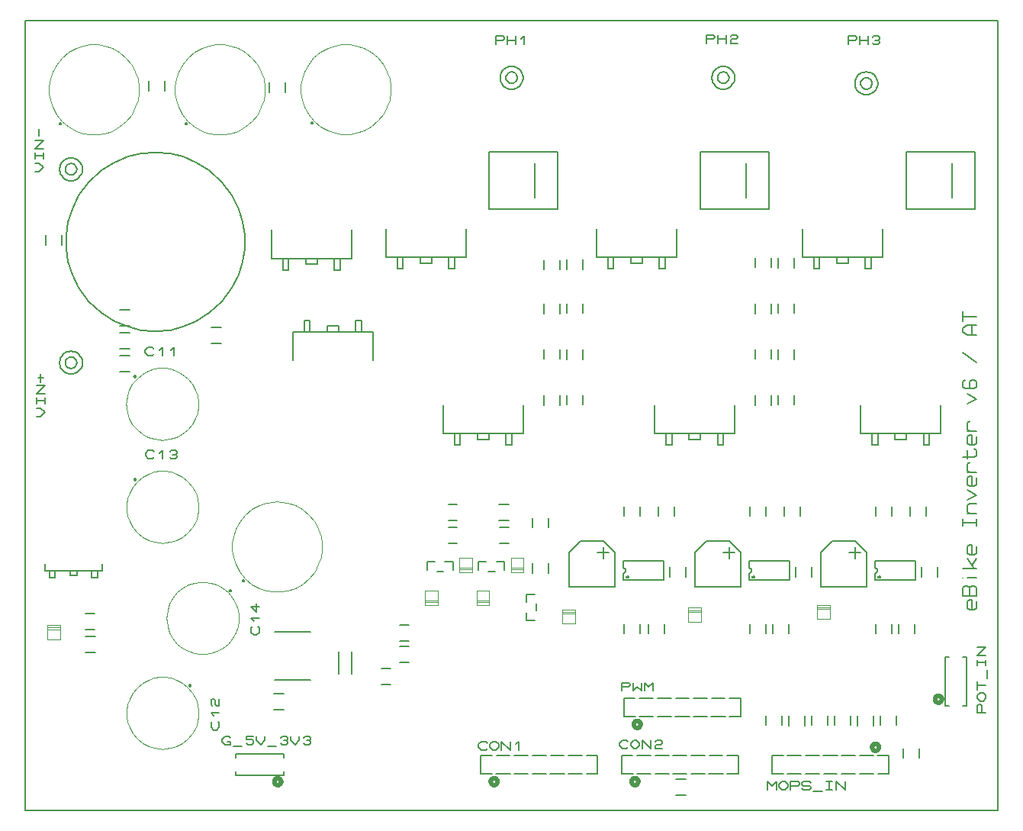
<source format=gbr>
G04 PROTEUS GERBER X2 FILE*
%TF.GenerationSoftware,Labcenter,Proteus,8.7-SP3-Build25561*%
%TF.CreationDate,2021-07-04T19:39:20+00:00*%
%TF.FileFunction,Legend,Top*%
%TF.FilePolarity,Positive*%
%TF.Part,Single*%
%TF.SameCoordinates,{804bfe34-88de-486f-8887-f5b9ed786e22}*%
%FSLAX45Y45*%
%MOMM*%
G01*
%TA.AperFunction,Profile*%
%ADD42C,0.203200*%
%TA.AperFunction,Material*%
%ADD48C,0.203200*%
%ADD49C,0.101600*%
%ADD50C,0.200000*%
%ADD51C,0.508000*%
%ADD52C,0.152400*%
%ADD53C,0.120000*%
%TD.AperFunction*%
D42*
X-1079500Y-6413500D02*
X+9715500Y-6413500D01*
X+9715500Y+2349500D01*
X-1079500Y+2349500D01*
X-1079500Y-6413500D01*
D48*
X+6413500Y+254000D02*
X+7175500Y+254000D01*
X+7175500Y+889000D01*
X+6413500Y+889000D01*
X+6413500Y+254000D01*
X+6921500Y+762000D02*
X+6921500Y+381000D01*
X+8699500Y+254000D02*
X+9461500Y+254000D01*
X+9461500Y+889000D01*
X+8699500Y+889000D01*
X+8699500Y+254000D01*
X+9207500Y+762000D02*
X+9207500Y+381000D01*
X+4064000Y+254000D02*
X+4826000Y+254000D01*
X+4826000Y+889000D01*
X+4064000Y+889000D01*
X+4064000Y+254000D01*
X+4572000Y+762000D02*
X+4572000Y+381000D01*
X+4445000Y+1714500D02*
X+4444573Y+1724909D01*
X+4441101Y+1745728D01*
X+4433845Y+1766547D01*
X+4422017Y+1787366D01*
X+4403920Y+1808024D01*
X+4383101Y+1823545D01*
X+4362282Y+1833530D01*
X+4341463Y+1839314D01*
X+4320644Y+1841472D01*
X+4318000Y+1841500D01*
X+4191000Y+1714500D02*
X+4191427Y+1724909D01*
X+4194899Y+1745728D01*
X+4202155Y+1766547D01*
X+4213983Y+1787366D01*
X+4232080Y+1808024D01*
X+4252899Y+1823545D01*
X+4273718Y+1833530D01*
X+4294537Y+1839314D01*
X+4315356Y+1841472D01*
X+4318000Y+1841500D01*
X+4191000Y+1714500D02*
X+4191427Y+1704091D01*
X+4194899Y+1683272D01*
X+4202155Y+1662453D01*
X+4213983Y+1641634D01*
X+4232080Y+1620976D01*
X+4252899Y+1605455D01*
X+4273718Y+1595470D01*
X+4294537Y+1589686D01*
X+4315356Y+1587528D01*
X+4318000Y+1587500D01*
X+4445000Y+1714500D02*
X+4444573Y+1704091D01*
X+4441101Y+1683272D01*
X+4433845Y+1662453D01*
X+4422017Y+1641634D01*
X+4403920Y+1620976D01*
X+4383101Y+1605455D01*
X+4362282Y+1595470D01*
X+4341463Y+1589686D01*
X+4320644Y+1587528D01*
X+4318000Y+1587500D01*
X+4381500Y+1714500D02*
X+4381283Y+1719747D01*
X+4379518Y+1730242D01*
X+4375826Y+1740737D01*
X+4369798Y+1751232D01*
X+4360576Y+1761612D01*
X+4350081Y+1769300D01*
X+4339586Y+1774218D01*
X+4329091Y+1777024D01*
X+4318596Y+1777997D01*
X+4318000Y+1778000D01*
X+4254500Y+1714500D02*
X+4254717Y+1719747D01*
X+4256482Y+1730242D01*
X+4260174Y+1740737D01*
X+4266202Y+1751232D01*
X+4275424Y+1761612D01*
X+4285919Y+1769300D01*
X+4296414Y+1774218D01*
X+4306909Y+1777024D01*
X+4317404Y+1777997D01*
X+4318000Y+1778000D01*
X+4254500Y+1714500D02*
X+4254717Y+1709253D01*
X+4256482Y+1698758D01*
X+4260174Y+1688263D01*
X+4266202Y+1677768D01*
X+4275424Y+1667388D01*
X+4285919Y+1659700D01*
X+4296414Y+1654782D01*
X+4306909Y+1651976D01*
X+4317404Y+1651003D01*
X+4318000Y+1651000D01*
X+4381500Y+1714500D02*
X+4381283Y+1709253D01*
X+4379518Y+1698758D01*
X+4375826Y+1688263D01*
X+4369798Y+1677768D01*
X+4360576Y+1667388D01*
X+4350081Y+1659700D01*
X+4339586Y+1654782D01*
X+4329091Y+1651976D01*
X+4318596Y+1651003D01*
X+4318000Y+1651000D01*
X+4140200Y+2085340D02*
X+4140200Y+2176780D01*
X+4219575Y+2176780D01*
X+4235450Y+2161540D01*
X+4235450Y+2146300D01*
X+4219575Y+2131060D01*
X+4140200Y+2131060D01*
X+4267200Y+2085340D02*
X+4267200Y+2176780D01*
X+4362450Y+2176780D02*
X+4362450Y+2085340D01*
X+4267200Y+2131060D02*
X+4362450Y+2131060D01*
X+4425950Y+2146300D02*
X+4457700Y+2176780D01*
X+4457700Y+2085340D01*
X+6794500Y+1714500D02*
X+6794073Y+1724909D01*
X+6790601Y+1745728D01*
X+6783345Y+1766547D01*
X+6771517Y+1787366D01*
X+6753420Y+1808024D01*
X+6732601Y+1823545D01*
X+6711782Y+1833530D01*
X+6690963Y+1839314D01*
X+6670144Y+1841472D01*
X+6667500Y+1841500D01*
X+6540500Y+1714500D02*
X+6540927Y+1724909D01*
X+6544399Y+1745728D01*
X+6551655Y+1766547D01*
X+6563483Y+1787366D01*
X+6581580Y+1808024D01*
X+6602399Y+1823545D01*
X+6623218Y+1833530D01*
X+6644037Y+1839314D01*
X+6664856Y+1841472D01*
X+6667500Y+1841500D01*
X+6540500Y+1714500D02*
X+6540927Y+1704091D01*
X+6544399Y+1683272D01*
X+6551655Y+1662453D01*
X+6563483Y+1641634D01*
X+6581580Y+1620976D01*
X+6602399Y+1605455D01*
X+6623218Y+1595470D01*
X+6644037Y+1589686D01*
X+6664856Y+1587528D01*
X+6667500Y+1587500D01*
X+6794500Y+1714500D02*
X+6794073Y+1704091D01*
X+6790601Y+1683272D01*
X+6783345Y+1662453D01*
X+6771517Y+1641634D01*
X+6753420Y+1620976D01*
X+6732601Y+1605455D01*
X+6711782Y+1595470D01*
X+6690963Y+1589686D01*
X+6670144Y+1587528D01*
X+6667500Y+1587500D01*
X+6731000Y+1714500D02*
X+6730783Y+1719747D01*
X+6729018Y+1730242D01*
X+6725326Y+1740737D01*
X+6719298Y+1751232D01*
X+6710076Y+1761612D01*
X+6699581Y+1769300D01*
X+6689086Y+1774218D01*
X+6678591Y+1777024D01*
X+6668096Y+1777997D01*
X+6667500Y+1778000D01*
X+6604000Y+1714500D02*
X+6604217Y+1719747D01*
X+6605982Y+1730242D01*
X+6609674Y+1740737D01*
X+6615702Y+1751232D01*
X+6624924Y+1761612D01*
X+6635419Y+1769300D01*
X+6645914Y+1774218D01*
X+6656409Y+1777024D01*
X+6666904Y+1777997D01*
X+6667500Y+1778000D01*
X+6604000Y+1714500D02*
X+6604217Y+1709253D01*
X+6605982Y+1698758D01*
X+6609674Y+1688263D01*
X+6615702Y+1677768D01*
X+6624924Y+1667388D01*
X+6635419Y+1659700D01*
X+6645914Y+1654782D01*
X+6656409Y+1651976D01*
X+6666904Y+1651003D01*
X+6667500Y+1651000D01*
X+6731000Y+1714500D02*
X+6730783Y+1709253D01*
X+6729018Y+1698758D01*
X+6725326Y+1688263D01*
X+6719298Y+1677768D01*
X+6710076Y+1667388D01*
X+6699581Y+1659700D01*
X+6689086Y+1654782D01*
X+6678591Y+1651976D01*
X+6668096Y+1651003D01*
X+6667500Y+1651000D01*
X+6477000Y+2098040D02*
X+6477000Y+2189480D01*
X+6556375Y+2189480D01*
X+6572250Y+2174240D01*
X+6572250Y+2159000D01*
X+6556375Y+2143760D01*
X+6477000Y+2143760D01*
X+6604000Y+2098040D02*
X+6604000Y+2189480D01*
X+6699250Y+2189480D02*
X+6699250Y+2098040D01*
X+6604000Y+2143760D02*
X+6699250Y+2143760D01*
X+6746875Y+2174240D02*
X+6762750Y+2189480D01*
X+6810375Y+2189480D01*
X+6826250Y+2174240D01*
X+6826250Y+2159000D01*
X+6810375Y+2143760D01*
X+6762750Y+2143760D01*
X+6746875Y+2128520D01*
X+6746875Y+2098040D01*
X+6826250Y+2098040D01*
X+8382000Y+1651000D02*
X+8381573Y+1661409D01*
X+8378101Y+1682228D01*
X+8370845Y+1703047D01*
X+8359017Y+1723866D01*
X+8340920Y+1744524D01*
X+8320101Y+1760045D01*
X+8299282Y+1770030D01*
X+8278463Y+1775814D01*
X+8257644Y+1777972D01*
X+8255000Y+1778000D01*
X+8128000Y+1651000D02*
X+8128427Y+1661409D01*
X+8131899Y+1682228D01*
X+8139155Y+1703047D01*
X+8150983Y+1723866D01*
X+8169080Y+1744524D01*
X+8189899Y+1760045D01*
X+8210718Y+1770030D01*
X+8231537Y+1775814D01*
X+8252356Y+1777972D01*
X+8255000Y+1778000D01*
X+8128000Y+1651000D02*
X+8128427Y+1640591D01*
X+8131899Y+1619772D01*
X+8139155Y+1598953D01*
X+8150983Y+1578134D01*
X+8169080Y+1557476D01*
X+8189899Y+1541955D01*
X+8210718Y+1531970D01*
X+8231537Y+1526186D01*
X+8252356Y+1524028D01*
X+8255000Y+1524000D01*
X+8382000Y+1651000D02*
X+8381573Y+1640591D01*
X+8378101Y+1619772D01*
X+8370845Y+1598953D01*
X+8359017Y+1578134D01*
X+8340920Y+1557476D01*
X+8320101Y+1541955D01*
X+8299282Y+1531970D01*
X+8278463Y+1526186D01*
X+8257644Y+1524028D01*
X+8255000Y+1524000D01*
X+8318500Y+1651000D02*
X+8318283Y+1656247D01*
X+8316518Y+1666742D01*
X+8312826Y+1677237D01*
X+8306798Y+1687732D01*
X+8297576Y+1698112D01*
X+8287081Y+1705800D01*
X+8276586Y+1710718D01*
X+8266091Y+1713524D01*
X+8255596Y+1714497D01*
X+8255000Y+1714500D01*
X+8191500Y+1651000D02*
X+8191717Y+1656247D01*
X+8193482Y+1666742D01*
X+8197174Y+1677237D01*
X+8203202Y+1687732D01*
X+8212424Y+1698112D01*
X+8222919Y+1705800D01*
X+8233414Y+1710718D01*
X+8243909Y+1713524D01*
X+8254404Y+1714497D01*
X+8255000Y+1714500D01*
X+8191500Y+1651000D02*
X+8191717Y+1645753D01*
X+8193482Y+1635258D01*
X+8197174Y+1624763D01*
X+8203202Y+1614268D01*
X+8212424Y+1603888D01*
X+8222919Y+1596200D01*
X+8233414Y+1591282D01*
X+8243909Y+1588476D01*
X+8254404Y+1587503D01*
X+8255000Y+1587500D01*
X+8318500Y+1651000D02*
X+8318283Y+1645753D01*
X+8316518Y+1635258D01*
X+8312826Y+1624763D01*
X+8306798Y+1614268D01*
X+8297576Y+1603888D01*
X+8287081Y+1596200D01*
X+8276586Y+1591282D01*
X+8266091Y+1588476D01*
X+8255596Y+1587503D01*
X+8255000Y+1587500D01*
X+8051800Y+2085340D02*
X+8051800Y+2176780D01*
X+8131175Y+2176780D01*
X+8147050Y+2161540D01*
X+8147050Y+2146300D01*
X+8131175Y+2131060D01*
X+8051800Y+2131060D01*
X+8178800Y+2085340D02*
X+8178800Y+2176780D01*
X+8274050Y+2176780D02*
X+8274050Y+2085340D01*
X+8178800Y+2131060D02*
X+8274050Y+2131060D01*
X+8321675Y+2161540D02*
X+8337550Y+2176780D01*
X+8385175Y+2176780D01*
X+8401050Y+2161540D01*
X+8401050Y+2146300D01*
X+8385175Y+2131060D01*
X+8401050Y+2115820D01*
X+8401050Y+2100580D01*
X+8385175Y+2085340D01*
X+8337550Y+2085340D01*
X+8321675Y+2100580D01*
X+8353425Y+2131060D02*
X+8385175Y+2131060D01*
X-863600Y-3683000D02*
X-863600Y-3759200D01*
X-228600Y-3759200D01*
X-228600Y-3683000D01*
X-584200Y-3759200D02*
X-584200Y-3810000D01*
X-508000Y-3810000D01*
X-508000Y-3759200D01*
X-812800Y-3759200D02*
X-812800Y-3835400D01*
X-749300Y-3835400D01*
X-749300Y-3759200D01*
X-279400Y-3759200D02*
X-279400Y-3835400D01*
X-342900Y-3835400D01*
X-342900Y-3759200D02*
X-342900Y-3835400D01*
D49*
X-692000Y-4385460D02*
X-832000Y-4385460D01*
X-692000Y-4405460D02*
X-832000Y-4405460D01*
X-832000Y-4515460D02*
X-692000Y-4515460D01*
X-692000Y-4355460D01*
X-832000Y-4355460D01*
X-832000Y-4515460D01*
D50*
X-413000Y-4408000D02*
X-313000Y-4408000D01*
X-413000Y-4228000D02*
X-313000Y-4228000D01*
X+2087500Y-4434000D02*
X+1687500Y-4434000D01*
X+2087500Y-4964000D02*
X+1687500Y-4964000D01*
D48*
X+2399837Y-4896337D02*
X+2399837Y-4656337D01*
X+2539837Y-4896337D02*
X+2539837Y-4656337D01*
D50*
X-413000Y-4662000D02*
X-303000Y-4662000D01*
X-413000Y-4482000D02*
X-303000Y-4482000D01*
X+3179500Y-4355000D02*
X+3079500Y-4355000D01*
X+3179500Y-4535000D02*
X+3079500Y-4535000D01*
X+78000Y-1370500D02*
X-32000Y-1370500D01*
X+78000Y-1550500D02*
X-32000Y-1550500D01*
X+78000Y-862500D02*
X-32000Y-862500D01*
X+78000Y-1042500D02*
X-32000Y-1042500D01*
X+78000Y-1116500D02*
X-32000Y-1116500D01*
X+78000Y-1296500D02*
X-32000Y-1296500D01*
X+291000Y+1683000D02*
X+291000Y+1573000D01*
X+471000Y+1683000D02*
X+471000Y+1573000D01*
X+1624500Y+1665500D02*
X+1624500Y+1555500D01*
X+1804500Y+1665500D02*
X+1804500Y+1555500D01*
X+984000Y-1233000D02*
X+1094000Y-1233000D01*
X+984000Y-1053000D02*
X+1094000Y-1053000D01*
D48*
X-444500Y+698500D02*
X-444927Y+708909D01*
X-448399Y+729728D01*
X-455655Y+750547D01*
X-467483Y+771366D01*
X-485580Y+792024D01*
X-506399Y+807545D01*
X-527218Y+817530D01*
X-548037Y+823314D01*
X-568856Y+825472D01*
X-571500Y+825500D01*
X-698500Y+698500D02*
X-698073Y+708909D01*
X-694601Y+729728D01*
X-687345Y+750547D01*
X-675517Y+771366D01*
X-657420Y+792024D01*
X-636601Y+807545D01*
X-615782Y+817530D01*
X-594963Y+823314D01*
X-574144Y+825472D01*
X-571500Y+825500D01*
X-698500Y+698500D02*
X-698073Y+688091D01*
X-694601Y+667272D01*
X-687345Y+646453D01*
X-675517Y+625634D01*
X-657420Y+604976D01*
X-636601Y+589455D01*
X-615782Y+579470D01*
X-594963Y+573686D01*
X-574144Y+571528D01*
X-571500Y+571500D01*
X-444500Y+698500D02*
X-444927Y+688091D01*
X-448399Y+667272D01*
X-455655Y+646453D01*
X-467483Y+625634D01*
X-485580Y+604976D01*
X-506399Y+589455D01*
X-527218Y+579470D01*
X-548037Y+573686D01*
X-568856Y+571528D01*
X-571500Y+571500D01*
X-508000Y+698500D02*
X-508217Y+703747D01*
X-509982Y+714242D01*
X-513674Y+724737D01*
X-519702Y+735232D01*
X-528924Y+745612D01*
X-539419Y+753300D01*
X-549914Y+758218D01*
X-560409Y+761024D01*
X-570904Y+761997D01*
X-571500Y+762000D01*
X-635000Y+698500D02*
X-634783Y+703747D01*
X-633018Y+714242D01*
X-629326Y+724737D01*
X-623298Y+735232D01*
X-614076Y+745612D01*
X-603581Y+753300D01*
X-593086Y+758218D01*
X-582591Y+761024D01*
X-572096Y+761997D01*
X-571500Y+762000D01*
X-635000Y+698500D02*
X-634783Y+693253D01*
X-633018Y+682758D01*
X-629326Y+672263D01*
X-623298Y+661768D01*
X-614076Y+651388D01*
X-603581Y+643700D01*
X-593086Y+638782D01*
X-582591Y+635976D01*
X-572096Y+635003D01*
X-571500Y+635000D01*
X-508000Y+698500D02*
X-508217Y+693253D01*
X-509982Y+682758D01*
X-513674Y+672263D01*
X-519702Y+661768D01*
X-528924Y+651388D01*
X-539419Y+643700D01*
X-549914Y+638782D01*
X-560409Y+635976D01*
X-570904Y+635003D01*
X-571500Y+635000D01*
X-970280Y+673100D02*
X-924560Y+673100D01*
X-878840Y+720725D01*
X-924560Y+768350D01*
X-970280Y+768350D01*
X-970280Y+815975D02*
X-970280Y+879475D01*
X-970280Y+847725D02*
X-878840Y+847725D01*
X-878840Y+815975D02*
X-878840Y+879475D01*
X-878840Y+927100D02*
X-970280Y+927100D01*
X-878840Y+1022350D01*
X-970280Y+1022350D01*
X-924560Y+1069975D02*
X-924560Y+1149350D01*
X-444500Y-1447800D02*
X-444927Y-1437391D01*
X-448399Y-1416572D01*
X-455655Y-1395753D01*
X-467483Y-1374934D01*
X-485580Y-1354276D01*
X-506399Y-1338755D01*
X-527218Y-1328770D01*
X-548037Y-1322986D01*
X-568856Y-1320828D01*
X-571500Y-1320800D01*
X-698500Y-1447800D02*
X-698073Y-1437391D01*
X-694601Y-1416572D01*
X-687345Y-1395753D01*
X-675517Y-1374934D01*
X-657420Y-1354276D01*
X-636601Y-1338755D01*
X-615782Y-1328770D01*
X-594963Y-1322986D01*
X-574144Y-1320828D01*
X-571500Y-1320800D01*
X-698500Y-1447800D02*
X-698073Y-1458209D01*
X-694601Y-1479028D01*
X-687345Y-1499847D01*
X-675517Y-1520666D01*
X-657420Y-1541324D01*
X-636601Y-1556845D01*
X-615782Y-1566830D01*
X-594963Y-1572614D01*
X-574144Y-1574772D01*
X-571500Y-1574800D01*
X-444500Y-1447800D02*
X-444927Y-1458209D01*
X-448399Y-1479028D01*
X-455655Y-1499847D01*
X-467483Y-1520666D01*
X-485580Y-1541324D01*
X-506399Y-1556845D01*
X-527218Y-1566830D01*
X-548037Y-1572614D01*
X-568856Y-1574772D01*
X-571500Y-1574800D01*
X-508000Y-1447800D02*
X-508217Y-1442553D01*
X-509982Y-1432058D01*
X-513674Y-1421563D01*
X-519702Y-1411068D01*
X-528924Y-1400688D01*
X-539419Y-1393000D01*
X-549914Y-1388082D01*
X-560409Y-1385276D01*
X-570904Y-1384303D01*
X-571500Y-1384300D01*
X-635000Y-1447800D02*
X-634783Y-1442553D01*
X-633018Y-1432058D01*
X-629326Y-1421563D01*
X-623298Y-1411068D01*
X-614076Y-1400688D01*
X-603581Y-1393000D01*
X-593086Y-1388082D01*
X-582591Y-1385276D01*
X-572096Y-1384303D01*
X-571500Y-1384300D01*
X-635000Y-1447800D02*
X-634783Y-1453047D01*
X-633018Y-1463542D01*
X-629326Y-1474037D01*
X-623298Y-1484532D01*
X-614076Y-1494912D01*
X-603581Y-1502600D01*
X-593086Y-1507518D01*
X-582591Y-1510324D01*
X-572096Y-1511297D01*
X-571500Y-1511300D01*
X-508000Y-1447800D02*
X-508217Y-1453047D01*
X-509982Y-1463542D01*
X-513674Y-1474037D01*
X-519702Y-1484532D01*
X-528924Y-1494912D01*
X-539419Y-1502600D01*
X-549914Y-1507518D01*
X-560409Y-1510324D01*
X-570904Y-1511297D01*
X-571500Y-1511300D01*
X-955040Y-2044700D02*
X-909320Y-2044700D01*
X-863600Y-1997075D01*
X-909320Y-1949450D01*
X-955040Y-1949450D01*
X-955040Y-1901825D02*
X-955040Y-1838325D01*
X-955040Y-1870075D02*
X-863600Y-1870075D01*
X-863600Y-1901825D02*
X-863600Y-1838325D01*
X-863600Y-1790700D02*
X-955040Y-1790700D01*
X-863600Y-1695450D01*
X-955040Y-1695450D01*
X-909320Y-1663700D02*
X-909320Y-1568450D01*
X-939800Y-1616075D02*
X-878840Y-1616075D01*
D50*
X+1792500Y-5117000D02*
X+1682500Y-5117000D01*
X+1792500Y-5297000D02*
X+1682500Y-5297000D01*
X+5942500Y-3043500D02*
X+5942500Y-3143500D01*
X+6122500Y-3043500D02*
X+6122500Y-3143500D01*
X+5561500Y-3043500D02*
X+5561500Y-3143500D01*
X+5741500Y-3043500D02*
X+5741500Y-3143500D01*
D48*
X+5554980Y-3860800D02*
X+5554980Y-3779838D01*
X+5565601Y-3777756D01*
X+5574167Y-3772036D01*
X+5579886Y-3763471D01*
X+5581968Y-3752850D01*
X+5554980Y-3725862D02*
X+5565601Y-3727944D01*
X+5574167Y-3733664D01*
X+5579886Y-3742229D01*
X+5581968Y-3752850D01*
X+5554980Y-3725862D02*
X+5554980Y-3644900D01*
X+6002020Y-3784600D02*
X+6002020Y-3721100D01*
X+5588000Y-3860800D02*
X+5969000Y-3860800D01*
X+5588000Y-3644900D02*
X+5969000Y-3644900D01*
X+5588000Y-3860800D02*
X+5554980Y-3860800D01*
X+5554980Y-3644900D02*
X+5588000Y-3644900D01*
X+6002020Y-3721100D02*
X+6002020Y-3644900D01*
X+5969000Y-3644900D01*
X+5969000Y-3860800D02*
X+6002020Y-3860800D01*
X+6002020Y-3784600D01*
X+5614416Y-3825240D02*
X+5614381Y-3824395D01*
X+5614094Y-3822704D01*
X+5613495Y-3821013D01*
X+5612515Y-3819322D01*
X+5611015Y-3817654D01*
X+5609324Y-3816434D01*
X+5607633Y-3815658D01*
X+5605942Y-3815221D01*
X+5604256Y-3815080D01*
X+5594096Y-3825240D02*
X+5594131Y-3824395D01*
X+5594418Y-3822704D01*
X+5595017Y-3821013D01*
X+5595997Y-3819322D01*
X+5597497Y-3817654D01*
X+5599188Y-3816434D01*
X+5600879Y-3815658D01*
X+5602570Y-3815221D01*
X+5604256Y-3815080D01*
X+5594096Y-3825240D02*
X+5594131Y-3826085D01*
X+5594418Y-3827776D01*
X+5595017Y-3829467D01*
X+5595997Y-3831158D01*
X+5597497Y-3832826D01*
X+5599188Y-3834046D01*
X+5600879Y-3834822D01*
X+5602570Y-3835259D01*
X+5604256Y-3835400D01*
X+5614416Y-3825240D02*
X+5614381Y-3826085D01*
X+5614094Y-3827776D01*
X+5613495Y-3829467D01*
X+5612515Y-3831158D01*
X+5611015Y-3832826D01*
X+5609324Y-3834046D01*
X+5607633Y-3834822D01*
X+5605942Y-3835259D01*
X+5604256Y-3835400D01*
X+6951980Y-3860800D02*
X+6951980Y-3779838D01*
X+6962601Y-3777756D01*
X+6971167Y-3772036D01*
X+6976886Y-3763471D01*
X+6978968Y-3752850D01*
X+6951980Y-3725862D02*
X+6962601Y-3727944D01*
X+6971167Y-3733664D01*
X+6976886Y-3742229D01*
X+6978968Y-3752850D01*
X+6951980Y-3725862D02*
X+6951980Y-3644900D01*
X+7399020Y-3784600D02*
X+7399020Y-3721100D01*
X+6985000Y-3860800D02*
X+7366000Y-3860800D01*
X+6985000Y-3644900D02*
X+7366000Y-3644900D01*
X+6985000Y-3860800D02*
X+6951980Y-3860800D01*
X+6951980Y-3644900D02*
X+6985000Y-3644900D01*
X+7399020Y-3721100D02*
X+7399020Y-3644900D01*
X+7366000Y-3644900D01*
X+7366000Y-3860800D02*
X+7399020Y-3860800D01*
X+7399020Y-3784600D01*
X+7011416Y-3825240D02*
X+7011381Y-3824395D01*
X+7011094Y-3822704D01*
X+7010495Y-3821013D01*
X+7009515Y-3819322D01*
X+7008015Y-3817654D01*
X+7006324Y-3816434D01*
X+7004633Y-3815658D01*
X+7002942Y-3815221D01*
X+7001256Y-3815080D01*
X+6991096Y-3825240D02*
X+6991131Y-3824395D01*
X+6991418Y-3822704D01*
X+6992017Y-3821013D01*
X+6992997Y-3819322D01*
X+6994497Y-3817654D01*
X+6996188Y-3816434D01*
X+6997879Y-3815658D01*
X+6999570Y-3815221D01*
X+7001256Y-3815080D01*
X+6991096Y-3825240D02*
X+6991131Y-3826085D01*
X+6991418Y-3827776D01*
X+6992017Y-3829467D01*
X+6992997Y-3831158D01*
X+6994497Y-3832826D01*
X+6996188Y-3834046D01*
X+6997879Y-3834822D01*
X+6999570Y-3835259D01*
X+7001256Y-3835400D01*
X+7011416Y-3825240D02*
X+7011381Y-3826085D01*
X+7011094Y-3827776D01*
X+7010495Y-3829467D01*
X+7009515Y-3831158D01*
X+7008015Y-3832826D01*
X+7006324Y-3834046D01*
X+7004633Y-3834822D01*
X+7002942Y-3835259D01*
X+7001256Y-3835400D01*
X+8348980Y-3860800D02*
X+8348980Y-3779838D01*
X+8359601Y-3777756D01*
X+8368167Y-3772036D01*
X+8373886Y-3763471D01*
X+8375968Y-3752850D01*
X+8348980Y-3725862D02*
X+8359601Y-3727944D01*
X+8368167Y-3733664D01*
X+8373886Y-3742229D01*
X+8375968Y-3752850D01*
X+8348980Y-3725862D02*
X+8348980Y-3644900D01*
X+8796020Y-3784600D02*
X+8796020Y-3721100D01*
X+8382000Y-3860800D02*
X+8763000Y-3860800D01*
X+8382000Y-3644900D02*
X+8763000Y-3644900D01*
X+8382000Y-3860800D02*
X+8348980Y-3860800D01*
X+8348980Y-3644900D02*
X+8382000Y-3644900D01*
X+8796020Y-3721100D02*
X+8796020Y-3644900D01*
X+8763000Y-3644900D01*
X+8763000Y-3860800D02*
X+8796020Y-3860800D01*
X+8796020Y-3784600D01*
X+8408416Y-3825240D02*
X+8408381Y-3824395D01*
X+8408094Y-3822704D01*
X+8407495Y-3821013D01*
X+8406515Y-3819322D01*
X+8405015Y-3817654D01*
X+8403324Y-3816434D01*
X+8401633Y-3815658D01*
X+8399942Y-3815221D01*
X+8398256Y-3815080D01*
X+8388096Y-3825240D02*
X+8388131Y-3824395D01*
X+8388418Y-3822704D01*
X+8389017Y-3821013D01*
X+8389997Y-3819322D01*
X+8391497Y-3817654D01*
X+8393188Y-3816434D01*
X+8394879Y-3815658D01*
X+8396570Y-3815221D01*
X+8398256Y-3815080D01*
X+8388096Y-3825240D02*
X+8388131Y-3826085D01*
X+8388418Y-3827776D01*
X+8389017Y-3829467D01*
X+8389997Y-3831158D01*
X+8391497Y-3832826D01*
X+8393188Y-3834046D01*
X+8394879Y-3834822D01*
X+8396570Y-3835259D01*
X+8398256Y-3835400D01*
X+8408416Y-3825240D02*
X+8408381Y-3826085D01*
X+8408094Y-3827776D01*
X+8407495Y-3829467D01*
X+8406515Y-3831158D01*
X+8405015Y-3832826D01*
X+8403324Y-3834046D01*
X+8401633Y-3834822D01*
X+8399942Y-3835259D01*
X+8398256Y-3835400D01*
D50*
X+6958500Y-3043500D02*
X+6958500Y-3143500D01*
X+7138500Y-3043500D02*
X+7138500Y-3143500D01*
D48*
X+5461000Y-3556000D02*
X+5334000Y-3429000D01*
X+5080000Y-3429000D01*
X+4953000Y-3556000D01*
X+4953000Y-3937000D01*
X+5461000Y-3937000D01*
X+5461000Y-3556000D01*
X+5334000Y-3492500D02*
X+5334000Y-3619500D01*
X+5397500Y-3556000D02*
X+5270500Y-3556000D01*
X+6858000Y-3556000D02*
X+6731000Y-3429000D01*
X+6477000Y-3429000D01*
X+6350000Y-3556000D01*
X+6350000Y-3937000D01*
X+6858000Y-3937000D01*
X+6858000Y-3556000D01*
X+6731000Y-3492500D02*
X+6731000Y-3619500D01*
X+6794500Y-3556000D02*
X+6667500Y-3556000D01*
X+8255000Y-3556000D02*
X+8128000Y-3429000D01*
X+7874000Y-3429000D01*
X+7747000Y-3556000D01*
X+7747000Y-3937000D01*
X+8255000Y-3937000D01*
X+8255000Y-3556000D01*
X+8128000Y-3492500D02*
X+8128000Y-3619500D01*
X+8191500Y-3556000D02*
X+8064500Y-3556000D01*
D49*
X+5023000Y-4213960D02*
X+4883000Y-4213960D01*
X+5023000Y-4233960D02*
X+4883000Y-4233960D01*
X+4883000Y-4343960D02*
X+5023000Y-4343960D01*
X+5023000Y-4183960D01*
X+4883000Y-4183960D01*
X+4883000Y-4343960D01*
X+6420000Y-4194910D02*
X+6280000Y-4194910D01*
X+6420000Y-4214910D02*
X+6280000Y-4214910D01*
X+6280000Y-4324910D02*
X+6420000Y-4324910D01*
X+6420000Y-4164910D01*
X+6280000Y-4164910D01*
X+6280000Y-4324910D01*
X+7848750Y-4163160D02*
X+7708750Y-4163160D01*
X+7848750Y-4183160D02*
X+7708750Y-4183160D01*
X+7708750Y-4293160D02*
X+7848750Y-4293160D01*
X+7848750Y-4133160D01*
X+7708750Y-4133160D01*
X+7708750Y-4293160D01*
D50*
X+6069500Y-3714500D02*
X+6069500Y-3824500D01*
X+6249500Y-3714500D02*
X+6249500Y-3824500D01*
X+7466500Y-3714500D02*
X+7466500Y-3824500D01*
X+7646500Y-3714500D02*
X+7646500Y-3824500D01*
X+8863500Y-3714500D02*
X+8863500Y-3824500D01*
X+9043500Y-3714500D02*
X+9043500Y-3824500D01*
X+7339500Y-3043500D02*
X+7339500Y-3143500D01*
X+7519500Y-3043500D02*
X+7519500Y-3143500D01*
X+8355500Y-3043500D02*
X+8355500Y-3143500D01*
X+8535500Y-3043500D02*
X+8535500Y-3143500D01*
X+8736500Y-3043500D02*
X+8736500Y-3143500D01*
X+8916500Y-3043500D02*
X+8916500Y-3143500D01*
X+5741500Y-4449500D02*
X+5741500Y-4349500D01*
X+5561500Y-4449500D02*
X+5561500Y-4349500D01*
X+6013000Y-4449500D02*
X+6013000Y-4349500D01*
X+5833000Y-4449500D02*
X+5833000Y-4349500D01*
X+7138500Y-4449500D02*
X+7138500Y-4349500D01*
X+6958500Y-4449500D02*
X+6958500Y-4349500D01*
X+4926500Y-793500D02*
X+4926500Y-893500D01*
X+5106500Y-793500D02*
X+5106500Y-893500D01*
X+4672500Y-313000D02*
X+4672500Y-413000D01*
X+4852500Y-313000D02*
X+4852500Y-413000D01*
X+4926500Y-1809500D02*
X+4926500Y-1909500D01*
X+5106500Y-1809500D02*
X+5106500Y-1909500D01*
X+4672500Y-1301500D02*
X+4672500Y-1401500D01*
X+4852500Y-1301500D02*
X+4852500Y-1401500D01*
X+4926500Y-303000D02*
X+4926500Y-413000D01*
X+5106500Y-303000D02*
X+5106500Y-413000D01*
X+4672500Y-793500D02*
X+4672500Y-903500D01*
X+4852500Y-793500D02*
X+4852500Y-903500D01*
X+4926500Y-1301500D02*
X+4926500Y-1411500D01*
X+5106500Y-1301500D02*
X+5106500Y-1411500D01*
X+4672500Y-1809500D02*
X+4672500Y-1919500D01*
X+4852500Y-1809500D02*
X+4852500Y-1919500D01*
X+7276000Y-285500D02*
X+7276000Y-395500D01*
X+7456000Y-285500D02*
X+7456000Y-395500D01*
X+7022000Y-793500D02*
X+7022000Y-903500D01*
X+7202000Y-793500D02*
X+7202000Y-903500D01*
X+7276000Y-1301500D02*
X+7276000Y-1411500D01*
X+7456000Y-1301500D02*
X+7456000Y-1411500D01*
X+7022000Y-1809500D02*
X+7022000Y-1919500D01*
X+7202000Y-1809500D02*
X+7202000Y-1919500D01*
X+7276000Y-793500D02*
X+7276000Y-893500D01*
X+7456000Y-793500D02*
X+7456000Y-893500D01*
X+7022000Y-285500D02*
X+7022000Y-385500D01*
X+7202000Y-285500D02*
X+7202000Y-385500D01*
X+7276000Y-1809500D02*
X+7276000Y-1909500D01*
X+7456000Y-1809500D02*
X+7456000Y-1909500D01*
X+7022000Y-1301500D02*
X+7022000Y-1401500D01*
X+7202000Y-1301500D02*
X+7202000Y-1401500D01*
D48*
X+3667760Y-3655060D02*
X+3578860Y-3655060D01*
X+3561080Y-3766820D02*
X+3489960Y-3766820D01*
X+3667760Y-3655060D02*
X+3667760Y-3746500D01*
X+3378200Y-3749040D02*
X+3378200Y-3655060D01*
X+3464560Y-3655060D01*
X+4239260Y-3655060D02*
X+4150360Y-3655060D01*
X+4132580Y-3766820D02*
X+4061460Y-3766820D01*
X+4239260Y-3655060D02*
X+4239260Y-3746500D01*
X+3949700Y-3749040D02*
X+3949700Y-3655060D01*
X+4036060Y-3655060D01*
X+4480560Y-4015740D02*
X+4480560Y-4104640D01*
X+4592320Y-4122420D02*
X+4592320Y-4193540D01*
X+4480560Y-4015740D02*
X+4572000Y-4015740D01*
X+4574540Y-4305300D02*
X+4480560Y-4305300D01*
X+4480560Y-4218940D01*
D49*
X+3740000Y-3742590D02*
X+3880000Y-3742590D01*
X+3740000Y-3722590D02*
X+3880000Y-3722590D01*
X+3740000Y-3772590D02*
X+3880000Y-3772590D01*
X+3880000Y-3612590D01*
X+3740000Y-3612590D01*
X+3740000Y-3772590D01*
X+3359000Y-4104540D02*
X+3499000Y-4104540D01*
X+3359000Y-4084540D02*
X+3499000Y-4084540D01*
X+3359000Y-4134540D02*
X+3499000Y-4134540D01*
X+3499000Y-3974540D01*
X+3359000Y-3974540D01*
X+3359000Y-4134540D01*
X+4311500Y-3742590D02*
X+4451500Y-3742590D01*
X+4311500Y-3722590D02*
X+4451500Y-3722590D01*
X+4311500Y-3772590D02*
X+4451500Y-3772590D01*
X+4451500Y-3612590D01*
X+4311500Y-3612590D01*
X+4311500Y-3772590D01*
X+3930500Y-4104540D02*
X+4070500Y-4104540D01*
X+3930500Y-4084540D02*
X+4070500Y-4084540D01*
X+3930500Y-4134540D02*
X+4070500Y-4134540D01*
X+4070500Y-3974540D01*
X+3930500Y-3974540D01*
X+3930500Y-4134540D01*
D50*
X+3615000Y-3455500D02*
X+3715000Y-3455500D01*
X+3615000Y-3275500D02*
X+3715000Y-3275500D01*
X+3615000Y-3201500D02*
X+3715000Y-3201500D01*
X+3615000Y-3021500D02*
X+3715000Y-3021500D01*
X+4286500Y-3275500D02*
X+4186500Y-3275500D01*
X+4286500Y-3455500D02*
X+4186500Y-3455500D01*
X+4545500Y-3170500D02*
X+4545500Y-3270500D01*
X+4725500Y-3170500D02*
X+4725500Y-3270500D01*
X+4725500Y-3778500D02*
X+4725500Y-3668500D01*
X+4545500Y-3778500D02*
X+4545500Y-3668500D01*
X+4286500Y-3021500D02*
X+4176500Y-3021500D01*
X+4286500Y-3201500D02*
X+4176500Y-3201500D01*
X+8789500Y-4449500D02*
X+8789500Y-4349500D01*
X+8609500Y-4449500D02*
X+8609500Y-4349500D01*
X+6255000Y-6069500D02*
X+6145000Y-6069500D01*
X+6255000Y-6249500D02*
X+6145000Y-6249500D01*
X+8335500Y-5475500D02*
X+8335500Y-5365500D01*
X+8155500Y-5475500D02*
X+8155500Y-5365500D01*
X+7573500Y-5475499D02*
X+7573500Y-5365499D01*
X+7393500Y-5475499D02*
X+7393500Y-5365499D01*
X-852000Y-31500D02*
X-852000Y-141500D01*
X-672000Y-31500D02*
X-672000Y-141500D01*
D51*
X+9093200Y-5181500D02*
X+9093069Y-5178342D01*
X+9092003Y-5172024D01*
X+9089772Y-5165706D01*
X+9086127Y-5159388D01*
X+9080552Y-5153149D01*
X+9074234Y-5148553D01*
X+9067916Y-5145620D01*
X+9061598Y-5143958D01*
X+9055280Y-5143400D01*
X+9055100Y-5143400D01*
X+9017000Y-5181500D02*
X+9017131Y-5178342D01*
X+9018197Y-5172024D01*
X+9020428Y-5165706D01*
X+9024073Y-5159388D01*
X+9029648Y-5153149D01*
X+9035966Y-5148553D01*
X+9042284Y-5145620D01*
X+9048602Y-5143958D01*
X+9054920Y-5143400D01*
X+9055100Y-5143400D01*
X+9017000Y-5181500D02*
X+9017131Y-5184658D01*
X+9018197Y-5190976D01*
X+9020428Y-5197294D01*
X+9024073Y-5203612D01*
X+9029648Y-5209851D01*
X+9035966Y-5214447D01*
X+9042284Y-5217380D01*
X+9048602Y-5219042D01*
X+9054920Y-5219600D01*
X+9055100Y-5219600D01*
X+9093200Y-5181500D02*
X+9093069Y-5184658D01*
X+9092003Y-5190976D01*
X+9089772Y-5197294D01*
X+9086127Y-5203612D01*
X+9080552Y-5209851D01*
X+9074234Y-5214447D01*
X+9067916Y-5217380D01*
X+9061598Y-5219042D01*
X+9055280Y-5219600D01*
X+9055100Y-5219600D01*
D52*
X+9126220Y-4711650D02*
X+9126220Y-5251350D01*
X+9169735Y-5251350D01*
X+9364980Y-5251350D02*
X+9364980Y-4711650D01*
X+9321465Y-4711650D01*
X+9169735Y-4711650D02*
X+9126220Y-4711650D01*
X+9321465Y-5251350D02*
X+9364980Y-5251350D01*
D48*
X+9580070Y-5330417D02*
X+9488630Y-5330417D01*
X+9488630Y-5251042D01*
X+9503870Y-5235167D01*
X+9519110Y-5235167D01*
X+9534350Y-5251042D01*
X+9534350Y-5330417D01*
X+9519110Y-5203417D02*
X+9488630Y-5171667D01*
X+9488630Y-5139917D01*
X+9519110Y-5108167D01*
X+9549590Y-5108167D01*
X+9580070Y-5139917D01*
X+9580070Y-5171667D01*
X+9549590Y-5203417D01*
X+9519110Y-5203417D01*
X+9488630Y-5076417D02*
X+9488630Y-4981167D01*
X+9488630Y-5028792D02*
X+9580070Y-5028792D01*
X+9595310Y-4949417D02*
X+9595310Y-4854167D01*
X+9488630Y-4806542D02*
X+9488630Y-4743042D01*
X+9488630Y-4774792D02*
X+9580070Y-4774792D01*
X+9580070Y-4806542D02*
X+9580070Y-4743042D01*
X+9580070Y-4695417D02*
X+9488630Y-4695417D01*
X+9580070Y-4600167D01*
X+9488630Y-4600167D01*
D50*
X+7392500Y-4449500D02*
X+7392500Y-4349500D01*
X+7212500Y-4449500D02*
X+7212500Y-4349500D01*
X+8535500Y-4449500D02*
X+8535500Y-4349500D01*
X+8355500Y-4449500D02*
X+8355500Y-4349500D01*
X+8663500Y-5730301D02*
X+8663500Y-5830301D01*
X+8843500Y-5730301D02*
X+8843500Y-5830301D01*
X+7901500Y-5365500D02*
X+7901500Y-5465500D01*
X+8081500Y-5365500D02*
X+8081500Y-5465500D01*
X+7647500Y-5365500D02*
X+7647500Y-5465500D01*
X+7827500Y-5365500D02*
X+7827500Y-5465500D01*
X+8409500Y-5365500D02*
X+8409500Y-5465500D01*
X+8589500Y-5365500D02*
X+8589500Y-5465500D01*
X+7139500Y-5365500D02*
X+7139500Y-5465500D01*
X+7319500Y-5365500D02*
X+7319500Y-5465500D01*
D51*
X+8394600Y-5715000D02*
X+8394469Y-5711842D01*
X+8393403Y-5705524D01*
X+8391172Y-5699206D01*
X+8387527Y-5692888D01*
X+8381952Y-5686649D01*
X+8375634Y-5682053D01*
X+8369316Y-5679120D01*
X+8362998Y-5677458D01*
X+8356680Y-5676900D01*
X+8356500Y-5676900D01*
X+8318400Y-5715000D02*
X+8318531Y-5711842D01*
X+8319597Y-5705524D01*
X+8321828Y-5699206D01*
X+8325473Y-5692888D01*
X+8331048Y-5686649D01*
X+8337366Y-5682053D01*
X+8343684Y-5679120D01*
X+8350002Y-5677458D01*
X+8356320Y-5676900D01*
X+8356500Y-5676900D01*
X+8318400Y-5715000D02*
X+8318531Y-5718158D01*
X+8319597Y-5724476D01*
X+8321828Y-5730794D01*
X+8325473Y-5737112D01*
X+8331048Y-5743351D01*
X+8337366Y-5747947D01*
X+8343684Y-5750880D01*
X+8350002Y-5752542D01*
X+8356320Y-5753100D01*
X+8356500Y-5753100D01*
X+8394600Y-5715000D02*
X+8394469Y-5718158D01*
X+8393403Y-5724476D01*
X+8391172Y-5730794D01*
X+8387527Y-5737112D01*
X+8381952Y-5743351D01*
X+8375634Y-5747947D01*
X+8369316Y-5750880D01*
X+8362998Y-5752542D01*
X+8356680Y-5753100D01*
X+8356500Y-5753100D01*
D52*
X+8505470Y-5804840D02*
X+8378907Y-5804840D01*
X+7207530Y-5804840D02*
X+7207530Y-6005500D01*
X+7331309Y-6005500D01*
X+8505470Y-6005500D02*
X+8505470Y-5804840D01*
X+7334093Y-5804840D02*
X+7207530Y-5804840D01*
X+7381691Y-6005500D02*
X+7531309Y-6005500D01*
X+7534093Y-5804840D02*
X+7378907Y-5804840D01*
X+7581691Y-6005500D02*
X+7731309Y-6005500D01*
X+7734093Y-5804840D02*
X+7578907Y-5804840D01*
X+7781691Y-6005500D02*
X+7931309Y-6005500D01*
X+7934093Y-5804840D02*
X+7778907Y-5804840D01*
X+7981691Y-6005500D02*
X+8131309Y-6005500D01*
X+8134093Y-5804840D02*
X+7978907Y-5804840D01*
X+8181691Y-6005500D02*
X+8331309Y-6005500D01*
X+8381691Y-6005500D02*
X+8505470Y-6005500D01*
X+8334093Y-5804840D02*
X+8178907Y-5804840D01*
D48*
X+7160134Y-6185840D02*
X+7160134Y-6094400D01*
X+7207759Y-6140120D01*
X+7255384Y-6094400D01*
X+7255384Y-6185840D01*
X+7287134Y-6124880D02*
X+7318884Y-6094400D01*
X+7350634Y-6094400D01*
X+7382384Y-6124880D01*
X+7382384Y-6155360D01*
X+7350634Y-6185840D01*
X+7318884Y-6185840D01*
X+7287134Y-6155360D01*
X+7287134Y-6124880D01*
X+7414134Y-6185840D02*
X+7414134Y-6094400D01*
X+7493509Y-6094400D01*
X+7509384Y-6109640D01*
X+7509384Y-6124880D01*
X+7493509Y-6140120D01*
X+7414134Y-6140120D01*
X+7541134Y-6170600D02*
X+7557009Y-6185840D01*
X+7620509Y-6185840D01*
X+7636384Y-6170600D01*
X+7636384Y-6155360D01*
X+7620509Y-6140120D01*
X+7557009Y-6140120D01*
X+7541134Y-6124880D01*
X+7541134Y-6109640D01*
X+7557009Y-6094400D01*
X+7620509Y-6094400D01*
X+7636384Y-6109640D01*
X+7668134Y-6201080D02*
X+7763384Y-6201080D01*
X+7811009Y-6094400D02*
X+7874509Y-6094400D01*
X+7842759Y-6094400D02*
X+7842759Y-6185840D01*
X+7811009Y-6185840D02*
X+7874509Y-6185840D01*
X+7922134Y-6185840D02*
X+7922134Y-6094400D01*
X+8017384Y-6185840D01*
X+8017384Y-6094400D01*
X+1356692Y-106403D02*
X+1353992Y-33266D01*
X+1332120Y+113009D01*
X+1286822Y+259284D01*
X+1214357Y+405559D01*
X+1106810Y+551834D01*
X+963039Y+684778D01*
X+816764Y+776540D01*
X+670489Y+837216D01*
X+524214Y+872603D01*
X+377939Y+885411D01*
X+364791Y+885498D01*
X-627110Y-106403D02*
X-624410Y-33266D01*
X-602538Y+113009D01*
X-557240Y+259284D01*
X-484775Y+405559D01*
X-377228Y+551834D01*
X-233457Y+684778D01*
X-87182Y+776540D01*
X+59093Y+837216D01*
X+205368Y+872603D01*
X+351643Y+885411D01*
X+364791Y+885498D01*
X-627110Y-106403D02*
X-624410Y-179540D01*
X-602538Y-325815D01*
X-557240Y-472090D01*
X-484775Y-618365D01*
X-377228Y-764640D01*
X-233457Y-897584D01*
X-87182Y-989346D01*
X+59093Y-1050022D01*
X+205368Y-1085409D01*
X+351643Y-1098217D01*
X+364791Y-1098304D01*
X+1356692Y-106403D02*
X+1353992Y-179540D01*
X+1332120Y-325815D01*
X+1286822Y-472090D01*
X+1214357Y-618365D01*
X+1106810Y-764640D01*
X+963039Y-897584D01*
X+816764Y-989346D01*
X+670489Y-1050022D01*
X+524214Y-1085409D01*
X+377939Y-1098217D01*
X+364791Y-1098304D01*
D53*
X+1579500Y+1583500D02*
X+1577969Y+1622600D01*
X+1565546Y+1700801D01*
X+1539694Y+1779002D01*
X+1497934Y+1857203D01*
X+1434695Y+1935404D01*
X+1356502Y+1999757D01*
X+1278301Y+2042279D01*
X+1200100Y+2068738D01*
X+1121899Y+2081699D01*
X+1079500Y+2083500D01*
X+579500Y+1583500D02*
X+581031Y+1622600D01*
X+593454Y+1700801D01*
X+619306Y+1779002D01*
X+661066Y+1857203D01*
X+724305Y+1935404D01*
X+802498Y+1999757D01*
X+880699Y+2042279D01*
X+958900Y+2068738D01*
X+1037101Y+2081699D01*
X+1079500Y+2083500D01*
X+579500Y+1583500D02*
X+581031Y+1544400D01*
X+593454Y+1466199D01*
X+619306Y+1387998D01*
X+661066Y+1309797D01*
X+724305Y+1231596D01*
X+802498Y+1167243D01*
X+880699Y+1124721D01*
X+958900Y+1098262D01*
X+1037101Y+1085301D01*
X+1079500Y+1083500D01*
X+1579500Y+1583500D02*
X+1577969Y+1544400D01*
X+1565546Y+1466199D01*
X+1539694Y+1387998D01*
X+1497934Y+1309797D01*
X+1434695Y+1231596D01*
X+1356502Y+1167243D01*
X+1278301Y+1124721D01*
X+1200100Y+1098262D01*
X+1121899Y+1085301D01*
X+1079500Y+1083500D01*
D50*
X+713500Y+1207500D02*
X+713465Y+1208331D01*
X+713184Y+1209995D01*
X+712594Y+1211659D01*
X+711630Y+1213323D01*
X+710155Y+1214964D01*
X+708491Y+1216165D01*
X+706827Y+1216930D01*
X+705163Y+1217361D01*
X+703500Y+1217500D01*
X+693500Y+1207500D02*
X+693535Y+1208331D01*
X+693816Y+1209995D01*
X+694406Y+1211659D01*
X+695370Y+1213323D01*
X+696845Y+1214964D01*
X+698509Y+1216165D01*
X+700173Y+1216930D01*
X+701837Y+1217361D01*
X+703500Y+1217500D01*
X+693500Y+1207500D02*
X+693535Y+1206669D01*
X+693816Y+1205005D01*
X+694406Y+1203341D01*
X+695370Y+1201677D01*
X+696845Y+1200036D01*
X+698509Y+1198835D01*
X+700173Y+1198070D01*
X+701837Y+1197639D01*
X+703500Y+1197500D01*
X+713500Y+1207500D02*
X+713465Y+1206669D01*
X+713184Y+1205005D01*
X+712594Y+1203341D01*
X+711630Y+1201677D01*
X+710155Y+1200036D01*
X+708491Y+1198835D01*
X+706827Y+1198070D01*
X+705163Y+1197639D01*
X+703500Y+1197500D01*
D53*
X+182500Y+1583500D02*
X+180969Y+1622600D01*
X+168546Y+1700801D01*
X+142694Y+1779002D01*
X+100934Y+1857203D01*
X+37695Y+1935404D01*
X-40498Y+1999757D01*
X-118699Y+2042279D01*
X-196900Y+2068738D01*
X-275101Y+2081699D01*
X-317500Y+2083500D01*
X-817500Y+1583500D02*
X-815969Y+1622600D01*
X-803546Y+1700801D01*
X-777694Y+1779002D01*
X-735934Y+1857203D01*
X-672695Y+1935404D01*
X-594502Y+1999757D01*
X-516301Y+2042279D01*
X-438100Y+2068738D01*
X-359899Y+2081699D01*
X-317500Y+2083500D01*
X-817500Y+1583500D02*
X-815969Y+1544400D01*
X-803546Y+1466199D01*
X-777694Y+1387998D01*
X-735934Y+1309797D01*
X-672695Y+1231596D01*
X-594502Y+1167243D01*
X-516301Y+1124721D01*
X-438100Y+1098262D01*
X-359899Y+1085301D01*
X-317500Y+1083500D01*
X+182500Y+1583500D02*
X+180969Y+1544400D01*
X+168546Y+1466199D01*
X+142694Y+1387998D01*
X+100934Y+1309797D01*
X+37695Y+1231596D01*
X-40498Y+1167243D01*
X-118699Y+1124721D01*
X-196900Y+1098262D01*
X-275101Y+1085301D01*
X-317500Y+1083500D01*
D50*
X-683500Y+1207500D02*
X-683535Y+1208331D01*
X-683816Y+1209995D01*
X-684406Y+1211659D01*
X-685370Y+1213323D01*
X-686845Y+1214964D01*
X-688509Y+1216165D01*
X-690173Y+1216930D01*
X-691837Y+1217361D01*
X-693500Y+1217500D01*
X-703500Y+1207500D02*
X-703465Y+1208331D01*
X-703184Y+1209995D01*
X-702594Y+1211659D01*
X-701630Y+1213323D01*
X-700155Y+1214964D01*
X-698491Y+1216165D01*
X-696827Y+1216930D01*
X-695163Y+1217361D01*
X-693500Y+1217500D01*
X-703500Y+1207500D02*
X-703465Y+1206669D01*
X-703184Y+1205005D01*
X-702594Y+1203341D01*
X-701630Y+1201677D01*
X-700155Y+1200036D01*
X-698491Y+1198835D01*
X-696827Y+1198070D01*
X-695163Y+1197639D01*
X-693500Y+1197500D01*
X-683500Y+1207500D02*
X-683535Y+1206669D01*
X-683816Y+1205005D01*
X-684406Y+1203341D01*
X-685370Y+1201677D01*
X-686845Y+1200036D01*
X-688509Y+1198835D01*
X-690173Y+1198070D01*
X-691837Y+1197639D01*
X-693500Y+1197500D01*
D53*
X+2976500Y+1587500D02*
X+2974969Y+1626600D01*
X+2962546Y+1704801D01*
X+2936694Y+1783002D01*
X+2894934Y+1861203D01*
X+2831695Y+1939404D01*
X+2753502Y+2003757D01*
X+2675301Y+2046279D01*
X+2597100Y+2072738D01*
X+2518899Y+2085699D01*
X+2476500Y+2087500D01*
X+1976500Y+1587500D02*
X+1978031Y+1626600D01*
X+1990454Y+1704801D01*
X+2016306Y+1783002D01*
X+2058066Y+1861203D01*
X+2121305Y+1939404D01*
X+2199498Y+2003757D01*
X+2277699Y+2046279D01*
X+2355900Y+2072738D01*
X+2434101Y+2085699D01*
X+2476500Y+2087500D01*
X+1976500Y+1587500D02*
X+1978031Y+1548400D01*
X+1990454Y+1470199D01*
X+2016306Y+1391998D01*
X+2058066Y+1313797D01*
X+2121305Y+1235596D01*
X+2199498Y+1171243D01*
X+2277699Y+1128721D01*
X+2355900Y+1102262D01*
X+2434101Y+1089301D01*
X+2476500Y+1087500D01*
X+2976500Y+1587500D02*
X+2974969Y+1548400D01*
X+2962546Y+1470199D01*
X+2936694Y+1391998D01*
X+2894934Y+1313797D01*
X+2831695Y+1235596D01*
X+2753502Y+1171243D01*
X+2675301Y+1128721D01*
X+2597100Y+1102262D01*
X+2518899Y+1089301D01*
X+2476500Y+1087500D01*
D50*
X+2110500Y+1211500D02*
X+2110465Y+1212331D01*
X+2110184Y+1213995D01*
X+2109594Y+1215659D01*
X+2108630Y+1217323D01*
X+2107155Y+1218964D01*
X+2105491Y+1220165D01*
X+2103827Y+1220930D01*
X+2102163Y+1221361D01*
X+2100500Y+1221500D01*
X+2090500Y+1211500D02*
X+2090535Y+1212331D01*
X+2090816Y+1213995D01*
X+2091406Y+1215659D01*
X+2092370Y+1217323D01*
X+2093845Y+1218964D01*
X+2095509Y+1220165D01*
X+2097173Y+1220930D01*
X+2098837Y+1221361D01*
X+2100500Y+1221500D01*
X+2090500Y+1211500D02*
X+2090535Y+1210669D01*
X+2090816Y+1209005D01*
X+2091406Y+1207341D01*
X+2092370Y+1205677D01*
X+2093845Y+1204036D01*
X+2095509Y+1202835D01*
X+2097173Y+1202070D01*
X+2098837Y+1201639D01*
X+2100500Y+1201500D01*
X+2110500Y+1211500D02*
X+2110465Y+1210669D01*
X+2110184Y+1209005D01*
X+2109594Y+1207341D01*
X+2108630Y+1205677D01*
X+2107155Y+1204036D01*
X+2105491Y+1202835D01*
X+2103827Y+1202070D01*
X+2102163Y+1201639D01*
X+2100500Y+1201500D01*
D51*
X+4162600Y-6096000D02*
X+4162469Y-6092842D01*
X+4161403Y-6086524D01*
X+4159172Y-6080206D01*
X+4155527Y-6073888D01*
X+4149952Y-6067649D01*
X+4143634Y-6063053D01*
X+4137316Y-6060120D01*
X+4130998Y-6058458D01*
X+4124680Y-6057900D01*
X+4124500Y-6057900D01*
X+4086400Y-6096000D02*
X+4086531Y-6092842D01*
X+4087597Y-6086524D01*
X+4089828Y-6080206D01*
X+4093473Y-6073888D01*
X+4099048Y-6067649D01*
X+4105366Y-6063053D01*
X+4111684Y-6060120D01*
X+4118002Y-6058458D01*
X+4124320Y-6057900D01*
X+4124500Y-6057900D01*
X+4086400Y-6096000D02*
X+4086531Y-6099158D01*
X+4087597Y-6105476D01*
X+4089828Y-6111794D01*
X+4093473Y-6118112D01*
X+4099048Y-6124351D01*
X+4105366Y-6128947D01*
X+4111684Y-6131880D01*
X+4118002Y-6133542D01*
X+4124320Y-6134100D01*
X+4124500Y-6134100D01*
X+4162600Y-6096000D02*
X+4162469Y-6099158D01*
X+4161403Y-6105476D01*
X+4159172Y-6111794D01*
X+4155527Y-6118112D01*
X+4149952Y-6124351D01*
X+4143634Y-6128947D01*
X+4137316Y-6131880D01*
X+4130998Y-6133542D01*
X+4124680Y-6134100D01*
X+4124500Y-6134100D01*
D52*
X+3975530Y-6006160D02*
X+4102093Y-6006160D01*
X+5273470Y-6006160D02*
X+5273470Y-5805500D01*
X+5149691Y-5805500D01*
X+3975530Y-5805500D02*
X+3975530Y-6006160D01*
X+5146907Y-6006160D02*
X+5273470Y-6006160D01*
X+5099309Y-5805500D02*
X+4949691Y-5805500D01*
X+4946907Y-6006160D02*
X+5102093Y-6006160D01*
X+4899309Y-5805500D02*
X+4749691Y-5805500D01*
X+4746907Y-6006160D02*
X+4902093Y-6006160D01*
X+4699309Y-5805500D02*
X+4549691Y-5805500D01*
X+4546907Y-6006160D02*
X+4702093Y-6006160D01*
X+4499309Y-5805500D02*
X+4349691Y-5805500D01*
X+4346907Y-6006160D02*
X+4502093Y-6006160D01*
X+4299309Y-5805500D02*
X+4149691Y-5805500D01*
X+4099309Y-5805500D02*
X+3975530Y-5805500D01*
X+4146907Y-6006160D02*
X+4302093Y-6006160D01*
D48*
X+4046650Y-5726760D02*
X+4030775Y-5742000D01*
X+3983150Y-5742000D01*
X+3951400Y-5711520D01*
X+3951400Y-5681040D01*
X+3983150Y-5650560D01*
X+4030775Y-5650560D01*
X+4046650Y-5665800D01*
X+4078400Y-5681040D02*
X+4110150Y-5650560D01*
X+4141900Y-5650560D01*
X+4173650Y-5681040D01*
X+4173650Y-5711520D01*
X+4141900Y-5742000D01*
X+4110150Y-5742000D01*
X+4078400Y-5711520D01*
X+4078400Y-5681040D01*
X+4205400Y-5742000D02*
X+4205400Y-5650560D01*
X+4300650Y-5742000D01*
X+4300650Y-5650560D01*
X+4364150Y-5681040D02*
X+4395900Y-5650560D01*
X+4395900Y-5742000D01*
D51*
X+5724600Y-6096000D02*
X+5724469Y-6092842D01*
X+5723403Y-6086524D01*
X+5721172Y-6080206D01*
X+5717527Y-6073888D01*
X+5711952Y-6067649D01*
X+5705634Y-6063053D01*
X+5699316Y-6060120D01*
X+5692998Y-6058458D01*
X+5686680Y-6057900D01*
X+5686500Y-6057900D01*
X+5648400Y-6096000D02*
X+5648531Y-6092842D01*
X+5649597Y-6086524D01*
X+5651828Y-6080206D01*
X+5655473Y-6073888D01*
X+5661048Y-6067649D01*
X+5667366Y-6063053D01*
X+5673684Y-6060120D01*
X+5680002Y-6058458D01*
X+5686320Y-6057900D01*
X+5686500Y-6057900D01*
X+5648400Y-6096000D02*
X+5648531Y-6099158D01*
X+5649597Y-6105476D01*
X+5651828Y-6111794D01*
X+5655473Y-6118112D01*
X+5661048Y-6124351D01*
X+5667366Y-6128947D01*
X+5673684Y-6131880D01*
X+5680002Y-6133542D01*
X+5686320Y-6134100D01*
X+5686500Y-6134100D01*
X+5724600Y-6096000D02*
X+5724469Y-6099158D01*
X+5723403Y-6105476D01*
X+5721172Y-6111794D01*
X+5717527Y-6118112D01*
X+5711952Y-6124351D01*
X+5705634Y-6128947D01*
X+5699316Y-6131880D01*
X+5692998Y-6133542D01*
X+5686680Y-6134100D01*
X+5686500Y-6134100D01*
D52*
X+5537530Y-6006160D02*
X+5664093Y-6006160D01*
X+6835470Y-6006160D02*
X+6835470Y-5805500D01*
X+6711691Y-5805500D01*
X+5537530Y-5805500D02*
X+5537530Y-6006160D01*
X+6708907Y-6006160D02*
X+6835470Y-6006160D01*
X+6661309Y-5805500D02*
X+6511691Y-5805500D01*
X+6508907Y-6006160D02*
X+6664093Y-6006160D01*
X+6461309Y-5805500D02*
X+6311691Y-5805500D01*
X+6308907Y-6006160D02*
X+6464093Y-6006160D01*
X+6261309Y-5805500D02*
X+6111691Y-5805500D01*
X+6108907Y-6006160D02*
X+6264093Y-6006160D01*
X+6061309Y-5805500D02*
X+5911691Y-5805500D01*
X+5908907Y-6006160D02*
X+6064093Y-6006160D01*
X+5861309Y-5805500D02*
X+5711691Y-5805500D01*
X+5661309Y-5805500D02*
X+5537530Y-5805500D01*
X+5708907Y-6006160D02*
X+5864093Y-6006160D01*
D48*
X+5608650Y-5714060D02*
X+5592775Y-5729300D01*
X+5545150Y-5729300D01*
X+5513400Y-5698820D01*
X+5513400Y-5668340D01*
X+5545150Y-5637860D01*
X+5592775Y-5637860D01*
X+5608650Y-5653100D01*
X+5640400Y-5668340D02*
X+5672150Y-5637860D01*
X+5703900Y-5637860D01*
X+5735650Y-5668340D01*
X+5735650Y-5698820D01*
X+5703900Y-5729300D01*
X+5672150Y-5729300D01*
X+5640400Y-5698820D01*
X+5640400Y-5668340D01*
X+5767400Y-5729300D02*
X+5767400Y-5637860D01*
X+5862650Y-5729300D01*
X+5862650Y-5637860D01*
X+5910275Y-5653100D02*
X+5926150Y-5637860D01*
X+5973775Y-5637860D01*
X+5989650Y-5653100D01*
X+5989650Y-5668340D01*
X+5973775Y-5683580D01*
X+5926150Y-5683580D01*
X+5910275Y-5698820D01*
X+5910275Y-5729300D01*
X+5989650Y-5729300D01*
D51*
X+5750100Y-5461000D02*
X+5749969Y-5457842D01*
X+5748903Y-5451524D01*
X+5746672Y-5445206D01*
X+5743027Y-5438888D01*
X+5737452Y-5432649D01*
X+5731134Y-5428053D01*
X+5724816Y-5425120D01*
X+5718498Y-5423458D01*
X+5712180Y-5422900D01*
X+5712000Y-5422900D01*
X+5673900Y-5461000D02*
X+5674031Y-5457842D01*
X+5675097Y-5451524D01*
X+5677328Y-5445206D01*
X+5680973Y-5438888D01*
X+5686548Y-5432649D01*
X+5692866Y-5428053D01*
X+5699184Y-5425120D01*
X+5705502Y-5423458D01*
X+5711820Y-5422900D01*
X+5712000Y-5422900D01*
X+5673900Y-5461000D02*
X+5674031Y-5464158D01*
X+5675097Y-5470476D01*
X+5677328Y-5476794D01*
X+5680973Y-5483112D01*
X+5686548Y-5489351D01*
X+5692866Y-5493947D01*
X+5699184Y-5496880D01*
X+5705502Y-5498542D01*
X+5711820Y-5499100D01*
X+5712000Y-5499100D01*
X+5750100Y-5461000D02*
X+5749969Y-5464158D01*
X+5748903Y-5470476D01*
X+5746672Y-5476794D01*
X+5743027Y-5483112D01*
X+5737452Y-5489351D01*
X+5731134Y-5493947D01*
X+5724816Y-5496880D01*
X+5718498Y-5498542D01*
X+5712180Y-5499100D01*
X+5712000Y-5499100D01*
D52*
X+5563030Y-5371160D02*
X+5689593Y-5371160D01*
X+6860970Y-5371160D02*
X+6860970Y-5170500D01*
X+6737191Y-5170500D01*
X+5563030Y-5170500D02*
X+5563030Y-5371160D01*
X+6734407Y-5371160D02*
X+6860970Y-5371160D01*
X+6686809Y-5170500D02*
X+6537191Y-5170500D01*
X+6534407Y-5371160D02*
X+6689593Y-5371160D01*
X+6486809Y-5170500D02*
X+6337191Y-5170500D01*
X+6334407Y-5371160D02*
X+6489593Y-5371160D01*
X+6286809Y-5170500D02*
X+6137191Y-5170500D01*
X+6134407Y-5371160D02*
X+6289593Y-5371160D01*
X+6086809Y-5170500D02*
X+5937191Y-5170500D01*
X+5934407Y-5371160D02*
X+6089593Y-5371160D01*
X+5886809Y-5170500D02*
X+5737191Y-5170500D01*
X+5686809Y-5170500D02*
X+5563030Y-5170500D01*
X+5734407Y-5371160D02*
X+5889593Y-5371160D01*
D48*
X+5538900Y-5089165D02*
X+5538900Y-4997725D01*
X+5618275Y-4997725D01*
X+5634150Y-5012965D01*
X+5634150Y-5028205D01*
X+5618275Y-5043445D01*
X+5538900Y-5043445D01*
X+5665900Y-4997725D02*
X+5665900Y-5089165D01*
X+5713525Y-5043445D01*
X+5761150Y-5089165D01*
X+5761150Y-4997725D01*
X+5792900Y-5089165D02*
X+5792900Y-4997725D01*
X+5840525Y-5043445D01*
X+5888150Y-4997725D01*
X+5888150Y-5089165D01*
D51*
X+1760831Y-6096000D02*
X+1760700Y-6092842D01*
X+1759634Y-6086524D01*
X+1757403Y-6080206D01*
X+1753758Y-6073888D01*
X+1748183Y-6067649D01*
X+1741865Y-6063053D01*
X+1735547Y-6060120D01*
X+1729229Y-6058458D01*
X+1722911Y-6057900D01*
X+1722731Y-6057900D01*
X+1684631Y-6096000D02*
X+1684762Y-6092842D01*
X+1685828Y-6086524D01*
X+1688059Y-6080206D01*
X+1691704Y-6073888D01*
X+1697279Y-6067649D01*
X+1703597Y-6063053D01*
X+1709915Y-6060120D01*
X+1716233Y-6058458D01*
X+1722551Y-6057900D01*
X+1722731Y-6057900D01*
X+1684631Y-6096000D02*
X+1684762Y-6099158D01*
X+1685828Y-6105476D01*
X+1688059Y-6111794D01*
X+1691704Y-6118112D01*
X+1697279Y-6124351D01*
X+1703597Y-6128947D01*
X+1709915Y-6131880D01*
X+1716233Y-6133542D01*
X+1722551Y-6134100D01*
X+1722731Y-6134100D01*
X+1760831Y-6096000D02*
X+1760700Y-6099158D01*
X+1759634Y-6105476D01*
X+1757403Y-6111794D01*
X+1753758Y-6118112D01*
X+1748183Y-6124351D01*
X+1741865Y-6128947D01*
X+1735547Y-6131880D01*
X+1729229Y-6133542D01*
X+1722911Y-6134100D01*
X+1722731Y-6134100D01*
D52*
X+1252881Y-6024880D02*
X+1792581Y-6024880D01*
X+1792581Y-5981365D01*
X+1792581Y-5786120D02*
X+1252881Y-5786120D01*
X+1252881Y-5829635D01*
X+1252881Y-5981365D02*
X+1252881Y-6024880D01*
X+1792581Y-5829635D02*
X+1792581Y-5786120D01*
D48*
X+1167131Y-5654040D02*
X+1198881Y-5654040D01*
X+1198881Y-5684520D01*
X+1135381Y-5684520D01*
X+1103631Y-5654040D01*
X+1103631Y-5623560D01*
X+1135381Y-5593080D01*
X+1183006Y-5593080D01*
X+1198881Y-5608320D01*
X+1230631Y-5699760D02*
X+1325881Y-5699760D01*
X+1452881Y-5593080D02*
X+1373506Y-5593080D01*
X+1373506Y-5623560D01*
X+1437006Y-5623560D01*
X+1452881Y-5638800D01*
X+1452881Y-5669280D01*
X+1437006Y-5684520D01*
X+1389381Y-5684520D01*
X+1373506Y-5669280D01*
X+1484631Y-5593080D02*
X+1484631Y-5638800D01*
X+1532256Y-5684520D01*
X+1579881Y-5638800D01*
X+1579881Y-5593080D01*
X+1611631Y-5699760D02*
X+1706881Y-5699760D01*
X+1754506Y-5608320D02*
X+1770381Y-5593080D01*
X+1818006Y-5593080D01*
X+1833881Y-5608320D01*
X+1833881Y-5623560D01*
X+1818006Y-5638800D01*
X+1833881Y-5654040D01*
X+1833881Y-5669280D01*
X+1818006Y-5684520D01*
X+1770381Y-5684520D01*
X+1754506Y-5669280D01*
X+1786256Y-5638800D02*
X+1818006Y-5638800D01*
X+1865631Y-5593080D02*
X+1865631Y-5638800D01*
X+1913256Y-5684520D01*
X+1960881Y-5638800D01*
X+1960881Y-5593080D01*
X+2008506Y-5608320D02*
X+2024381Y-5593080D01*
X+2072006Y-5593080D01*
X+2087881Y-5608320D01*
X+2087881Y-5623560D01*
X+2072006Y-5638800D01*
X+2087881Y-5654040D01*
X+2087881Y-5669280D01*
X+2072006Y-5684520D01*
X+2024381Y-5684520D01*
X+2008506Y-5669280D01*
X+2040256Y-5638800D02*
X+2072006Y-5638800D01*
D53*
X+2214500Y-3488500D02*
X+2212969Y-3449400D01*
X+2200546Y-3371199D01*
X+2174694Y-3292998D01*
X+2132934Y-3214797D01*
X+2069695Y-3136596D01*
X+1991502Y-3072243D01*
X+1913301Y-3029721D01*
X+1835100Y-3003262D01*
X+1756899Y-2990301D01*
X+1714500Y-2988500D01*
X+1214500Y-3488500D02*
X+1216031Y-3449400D01*
X+1228454Y-3371199D01*
X+1254306Y-3292998D01*
X+1296066Y-3214797D01*
X+1359305Y-3136596D01*
X+1437498Y-3072243D01*
X+1515699Y-3029721D01*
X+1593900Y-3003262D01*
X+1672101Y-2990301D01*
X+1714500Y-2988500D01*
X+1214500Y-3488500D02*
X+1216031Y-3527600D01*
X+1228454Y-3605801D01*
X+1254306Y-3684002D01*
X+1296066Y-3762203D01*
X+1359305Y-3840404D01*
X+1437498Y-3904757D01*
X+1515699Y-3947279D01*
X+1593900Y-3973738D01*
X+1672101Y-3986699D01*
X+1714500Y-3988500D01*
X+2214500Y-3488500D02*
X+2212969Y-3527600D01*
X+2200546Y-3605801D01*
X+2174694Y-3684002D01*
X+2132934Y-3762203D01*
X+2069695Y-3840404D01*
X+1991502Y-3904757D01*
X+1913301Y-3947279D01*
X+1835100Y-3973738D01*
X+1756899Y-3986699D01*
X+1714500Y-3988500D01*
D50*
X+1348500Y-3864500D02*
X+1348465Y-3863669D01*
X+1348184Y-3862005D01*
X+1347594Y-3860341D01*
X+1346630Y-3858677D01*
X+1345155Y-3857036D01*
X+1343491Y-3855835D01*
X+1341827Y-3855070D01*
X+1340163Y-3854639D01*
X+1338500Y-3854500D01*
X+1328500Y-3864500D02*
X+1328535Y-3863669D01*
X+1328816Y-3862005D01*
X+1329406Y-3860341D01*
X+1330370Y-3858677D01*
X+1331845Y-3857036D01*
X+1333509Y-3855835D01*
X+1335173Y-3855070D01*
X+1336837Y-3854639D01*
X+1338500Y-3854500D01*
X+1328500Y-3864500D02*
X+1328535Y-3865331D01*
X+1328816Y-3866995D01*
X+1329406Y-3868659D01*
X+1330370Y-3870323D01*
X+1331845Y-3871964D01*
X+1333509Y-3873165D01*
X+1335173Y-3873930D01*
X+1336837Y-3874361D01*
X+1338500Y-3874500D01*
X+1348500Y-3864500D02*
X+1348465Y-3865331D01*
X+1348184Y-3866995D01*
X+1347594Y-3868659D01*
X+1346630Y-3870323D01*
X+1345155Y-3871964D01*
X+1343491Y-3873165D01*
X+1341827Y-3873930D01*
X+1340163Y-3874361D01*
X+1338500Y-3874500D01*
D48*
X+2776965Y-1422400D02*
X+2776965Y-1104900D01*
X+1887965Y-1104900D01*
X+1887965Y-1422400D01*
X+2649965Y-1104900D02*
X+2649965Y-977900D01*
X+2586465Y-977900D02*
X+2586465Y-1104900D01*
X+2649965Y-977900D02*
X+2586465Y-977900D01*
X+2395965Y-1104900D02*
X+2395965Y-1041400D01*
X+2268965Y-1041400D01*
X+2268965Y-1104900D01*
X+2078465Y-1104900D02*
X+2078465Y-977900D01*
X+2014965Y-977900D01*
X+2014965Y-1104900D01*
X+1651000Y+25400D02*
X+1651000Y-292100D01*
X+2540000Y-292100D01*
X+2540000Y+25400D01*
X+1778000Y-292100D02*
X+1778000Y-419100D01*
X+1841500Y-419100D02*
X+1841500Y-292100D01*
X+1778000Y-419100D02*
X+1841500Y-419100D01*
X+2032000Y-292100D02*
X+2032000Y-355600D01*
X+2159000Y-355600D01*
X+2159000Y-292100D01*
X+2349500Y-292100D02*
X+2349500Y-419100D01*
X+2413000Y-419100D01*
X+2413000Y-292100D01*
X+9423400Y-4191000D02*
X+9423400Y-4076700D01*
X+9398000Y-4076700D01*
X+9372600Y-4095750D01*
X+9372600Y-4171950D01*
X+9398000Y-4191000D01*
X+9448800Y-4191000D01*
X+9474200Y-4171950D01*
X+9474200Y-4095750D01*
X+9474200Y-4038600D02*
X+9321800Y-4038600D01*
X+9321800Y-3943350D01*
X+9347200Y-3924300D01*
X+9372600Y-3924300D01*
X+9398000Y-3943350D01*
X+9423400Y-3924300D01*
X+9448800Y-3924300D01*
X+9474200Y-3943350D01*
X+9474200Y-4038600D01*
X+9398000Y-4038600D02*
X+9398000Y-3943350D01*
X+9372600Y-3829050D02*
X+9474200Y-3829050D01*
X+9321800Y-3829050D02*
X+9321800Y-3829050D01*
X+9321800Y-3733800D02*
X+9474200Y-3733800D01*
X+9448800Y-3733800D02*
X+9372600Y-3619500D01*
X+9423400Y-3695700D02*
X+9474200Y-3619500D01*
X+9423400Y-3581400D02*
X+9423400Y-3467100D01*
X+9398000Y-3467100D01*
X+9372600Y-3486150D01*
X+9372600Y-3562350D01*
X+9398000Y-3581400D01*
X+9448800Y-3581400D01*
X+9474200Y-3562350D01*
X+9474200Y-3486150D01*
X+9321800Y-3257550D02*
X+9321800Y-3181350D01*
X+9321800Y-3219450D02*
X+9474200Y-3219450D01*
X+9474200Y-3257550D02*
X+9474200Y-3181350D01*
X+9474200Y-3124200D02*
X+9372600Y-3124200D01*
X+9398000Y-3124200D02*
X+9372600Y-3105150D01*
X+9372600Y-3028950D01*
X+9398000Y-3009900D01*
X+9474200Y-3009900D01*
X+9372600Y-2971800D02*
X+9474200Y-2914650D01*
X+9372600Y-2857500D01*
X+9423400Y-2819400D02*
X+9423400Y-2705100D01*
X+9398000Y-2705100D01*
X+9372600Y-2724150D01*
X+9372600Y-2800350D01*
X+9398000Y-2819400D01*
X+9448800Y-2819400D01*
X+9474200Y-2800350D01*
X+9474200Y-2724150D01*
X+9474200Y-2667000D02*
X+9372600Y-2667000D01*
X+9398000Y-2667000D02*
X+9372600Y-2647950D01*
X+9372600Y-2571750D01*
X+9398000Y-2552700D01*
X+9321800Y-2495550D02*
X+9448800Y-2495550D01*
X+9474200Y-2476500D01*
X+9474200Y-2419350D01*
X+9448800Y-2400300D01*
X+9372600Y-2514600D02*
X+9372600Y-2419350D01*
X+9423400Y-2362200D02*
X+9423400Y-2247900D01*
X+9398000Y-2247900D01*
X+9372600Y-2266950D01*
X+9372600Y-2343150D01*
X+9398000Y-2362200D01*
X+9448800Y-2362200D01*
X+9474200Y-2343150D01*
X+9474200Y-2266950D01*
X+9474200Y-2209800D02*
X+9372600Y-2209800D01*
X+9398000Y-2209800D02*
X+9372600Y-2190750D01*
X+9372600Y-2114550D01*
X+9398000Y-2095500D01*
X+9372600Y-1905000D02*
X+9474200Y-1847850D01*
X+9372600Y-1790700D01*
X+9347200Y-1638300D02*
X+9321800Y-1657350D01*
X+9321800Y-1714500D01*
X+9347200Y-1733550D01*
X+9448800Y-1733550D01*
X+9474200Y-1714500D01*
X+9474200Y-1657350D01*
X+9448800Y-1638300D01*
X+9423400Y-1638300D01*
X+9398000Y-1657350D01*
X+9398000Y-1733550D01*
X+9321800Y-1333500D02*
X+9474200Y-1447800D01*
X+9474200Y-1143000D02*
X+9372600Y-1143000D01*
X+9321800Y-1104900D01*
X+9321800Y-1066800D01*
X+9372600Y-1028700D01*
X+9474200Y-1028700D01*
X+9423400Y-1143000D02*
X+9423400Y-1028700D01*
X+9321800Y-990600D02*
X+9321800Y-876300D01*
X+9321800Y-933450D02*
X+9474200Y-933450D01*
X+2921000Y+38100D02*
X+2921000Y-279400D01*
X+3810000Y-279400D01*
X+3810000Y+38100D01*
X+3048000Y-279400D02*
X+3048000Y-406400D01*
X+3111500Y-406400D02*
X+3111500Y-279400D01*
X+3048000Y-406400D02*
X+3111500Y-406400D01*
X+3302000Y-279400D02*
X+3302000Y-342900D01*
X+3429000Y-342900D01*
X+3429000Y-279400D01*
X+3619500Y-279400D02*
X+3619500Y-406400D01*
X+3683000Y-406400D01*
X+3683000Y-279400D01*
X+3556000Y-1917700D02*
X+3556000Y-2235200D01*
X+4445000Y-2235200D01*
X+4445000Y-1917700D01*
X+3683000Y-2235200D02*
X+3683000Y-2362200D01*
X+3746500Y-2362200D02*
X+3746500Y-2235200D01*
X+3683000Y-2362200D02*
X+3746500Y-2362200D01*
X+3937000Y-2235200D02*
X+3937000Y-2298700D01*
X+4064000Y-2298700D01*
X+4064000Y-2235200D01*
X+4254500Y-2235200D02*
X+4254500Y-2362200D01*
X+4318000Y-2362200D01*
X+4318000Y-2235200D01*
X+5257800Y+38100D02*
X+5257800Y-279400D01*
X+6146800Y-279400D01*
X+6146800Y+38100D01*
X+5384800Y-279400D02*
X+5384800Y-406400D01*
X+5448300Y-406400D02*
X+5448300Y-279400D01*
X+5384800Y-406400D02*
X+5448300Y-406400D01*
X+5638800Y-279400D02*
X+5638800Y-342900D01*
X+5765800Y-342900D01*
X+5765800Y-279400D01*
X+5956300Y-279400D02*
X+5956300Y-406400D01*
X+6019800Y-406400D01*
X+6019800Y-279400D01*
X+5905500Y-1917700D02*
X+5905500Y-2235200D01*
X+6794500Y-2235200D01*
X+6794500Y-1917700D01*
X+6032500Y-2235200D02*
X+6032500Y-2362200D01*
X+6096000Y-2362200D02*
X+6096000Y-2235200D01*
X+6032500Y-2362200D02*
X+6096000Y-2362200D01*
X+6286500Y-2235200D02*
X+6286500Y-2298700D01*
X+6413500Y-2298700D01*
X+6413500Y-2235200D01*
X+6604000Y-2235200D02*
X+6604000Y-2362200D01*
X+6667500Y-2362200D01*
X+6667500Y-2235200D01*
X+7543800Y+38100D02*
X+7543800Y-279400D01*
X+8432800Y-279400D01*
X+8432800Y+38100D01*
X+7670800Y-279400D02*
X+7670800Y-406400D01*
X+7734300Y-406400D02*
X+7734300Y-279400D01*
X+7670800Y-406400D02*
X+7734300Y-406400D01*
X+7924800Y-279400D02*
X+7924800Y-342900D01*
X+8051800Y-342900D01*
X+8051800Y-279400D01*
X+8242300Y-279400D02*
X+8242300Y-406400D01*
X+8305800Y-406400D01*
X+8305800Y-279400D01*
X+8191500Y-1917700D02*
X+8191500Y-2235200D01*
X+9080500Y-2235200D01*
X+9080500Y-1917700D01*
X+8318500Y-2235200D02*
X+8318500Y-2362200D01*
X+8382000Y-2362200D02*
X+8382000Y-2235200D01*
X+8318500Y-2362200D02*
X+8382000Y-2362200D01*
X+8572500Y-2235200D02*
X+8572500Y-2298700D01*
X+8699500Y-2298700D01*
X+8699500Y-2235200D01*
X+8890000Y-2235200D02*
X+8890000Y-2362200D01*
X+8953500Y-2362200D01*
X+8953500Y-2235200D01*
D50*
X+3179500Y-4596300D02*
X+3079500Y-4596300D01*
X+3179500Y-4776300D02*
X+3079500Y-4776300D01*
X+2876300Y-5017600D02*
X+2976300Y-5017600D01*
X+2876300Y-4837600D02*
X+2976300Y-4837600D01*
D53*
X+840500Y-1905000D02*
X+839244Y-1873330D01*
X+829052Y-1809989D01*
X+807821Y-1746648D01*
X+773445Y-1683307D01*
X+721151Y-1619982D01*
X+657810Y-1569178D01*
X+594469Y-1535820D01*
X+531128Y-1515402D01*
X+467787Y-1505932D01*
X+440500Y-1505000D01*
X+40500Y-1905000D02*
X+41756Y-1873330D01*
X+51948Y-1809989D01*
X+73179Y-1746648D01*
X+107555Y-1683307D01*
X+159849Y-1619982D01*
X+223190Y-1569178D01*
X+286531Y-1535820D01*
X+349872Y-1515402D01*
X+413213Y-1505932D01*
X+440500Y-1505000D01*
X+40500Y-1905000D02*
X+41756Y-1936670D01*
X+51948Y-2000011D01*
X+73179Y-2063352D01*
X+107555Y-2126693D01*
X+159849Y-2190018D01*
X+223190Y-2240822D01*
X+286531Y-2274180D01*
X+349872Y-2294598D01*
X+413213Y-2304068D01*
X+440500Y-2305000D01*
X+840500Y-1905000D02*
X+839244Y-1936670D01*
X+829052Y-2000011D01*
X+807821Y-2063352D01*
X+773445Y-2126693D01*
X+721151Y-2190018D01*
X+657810Y-2240822D01*
X+594469Y-2274180D01*
X+531128Y-2294598D01*
X+467787Y-2304068D01*
X+440500Y-2305000D01*
D50*
X+145500Y-1600000D02*
X+145465Y-1599169D01*
X+145184Y-1597505D01*
X+144594Y-1595841D01*
X+143630Y-1594177D01*
X+142155Y-1592536D01*
X+140491Y-1591335D01*
X+138827Y-1590570D01*
X+137163Y-1590139D01*
X+135500Y-1590000D01*
X+125500Y-1600000D02*
X+125535Y-1599169D01*
X+125816Y-1597505D01*
X+126406Y-1595841D01*
X+127370Y-1594177D01*
X+128845Y-1592536D01*
X+130509Y-1591335D01*
X+132173Y-1590570D01*
X+133837Y-1590139D01*
X+135500Y-1590000D01*
X+125500Y-1600000D02*
X+125535Y-1600831D01*
X+125816Y-1602495D01*
X+126406Y-1604159D01*
X+127370Y-1605823D01*
X+128845Y-1607464D01*
X+130509Y-1608665D01*
X+132173Y-1609430D01*
X+133837Y-1609861D01*
X+135500Y-1610000D01*
X+145500Y-1600000D02*
X+145465Y-1600831D01*
X+145184Y-1602495D01*
X+144594Y-1604159D01*
X+143630Y-1605823D01*
X+142155Y-1607464D01*
X+140491Y-1608665D01*
X+138827Y-1609430D01*
X+137163Y-1609861D01*
X+135500Y-1610000D01*
D48*
X+345250Y-1353280D02*
X+329375Y-1368520D01*
X+281750Y-1368520D01*
X+250000Y-1338040D01*
X+250000Y-1307560D01*
X+281750Y-1277080D01*
X+329375Y-1277080D01*
X+345250Y-1292320D01*
X+408750Y-1307560D02*
X+440500Y-1277080D01*
X+440500Y-1368520D01*
X+535750Y-1307560D02*
X+567500Y-1277080D01*
X+567500Y-1368520D01*
D53*
X+844500Y-3048000D02*
X+843244Y-3016330D01*
X+833052Y-2952989D01*
X+811821Y-2889648D01*
X+777445Y-2826307D01*
X+725151Y-2762982D01*
X+661810Y-2712178D01*
X+598469Y-2678820D01*
X+535128Y-2658402D01*
X+471787Y-2648932D01*
X+444500Y-2648000D01*
X+44500Y-3048000D02*
X+45756Y-3016330D01*
X+55948Y-2952989D01*
X+77179Y-2889648D01*
X+111555Y-2826307D01*
X+163849Y-2762982D01*
X+227190Y-2712178D01*
X+290531Y-2678820D01*
X+353872Y-2658402D01*
X+417213Y-2648932D01*
X+444500Y-2648000D01*
X+44500Y-3048000D02*
X+45756Y-3079670D01*
X+55948Y-3143011D01*
X+77179Y-3206352D01*
X+111555Y-3269693D01*
X+163849Y-3333018D01*
X+227190Y-3383822D01*
X+290531Y-3417180D01*
X+353872Y-3437598D01*
X+417213Y-3447068D01*
X+444500Y-3448000D01*
X+844500Y-3048000D02*
X+843244Y-3079670D01*
X+833052Y-3143011D01*
X+811821Y-3206352D01*
X+777445Y-3269693D01*
X+725151Y-3333018D01*
X+661810Y-3383822D01*
X+598469Y-3417180D01*
X+535128Y-3437598D01*
X+471787Y-3447068D01*
X+444500Y-3448000D01*
D50*
X+149500Y-2743000D02*
X+149465Y-2742169D01*
X+149184Y-2740505D01*
X+148594Y-2738841D01*
X+147630Y-2737177D01*
X+146155Y-2735536D01*
X+144491Y-2734335D01*
X+142827Y-2733570D01*
X+141163Y-2733139D01*
X+139500Y-2733000D01*
X+129500Y-2743000D02*
X+129535Y-2742169D01*
X+129816Y-2740505D01*
X+130406Y-2738841D01*
X+131370Y-2737177D01*
X+132845Y-2735536D01*
X+134509Y-2734335D01*
X+136173Y-2733570D01*
X+137837Y-2733139D01*
X+139500Y-2733000D01*
X+129500Y-2743000D02*
X+129535Y-2743831D01*
X+129816Y-2745495D01*
X+130406Y-2747159D01*
X+131370Y-2748823D01*
X+132845Y-2750464D01*
X+134509Y-2751665D01*
X+136173Y-2752430D01*
X+137837Y-2752861D01*
X+139500Y-2753000D01*
X+149500Y-2743000D02*
X+149465Y-2743831D01*
X+149184Y-2745495D01*
X+148594Y-2747159D01*
X+147630Y-2748823D01*
X+146155Y-2750464D01*
X+144491Y-2751665D01*
X+142827Y-2752430D01*
X+141163Y-2752861D01*
X+139500Y-2753000D01*
D48*
X+349250Y-2496280D02*
X+333375Y-2511520D01*
X+285750Y-2511520D01*
X+254000Y-2481040D01*
X+254000Y-2450560D01*
X+285750Y-2420080D01*
X+333375Y-2420080D01*
X+349250Y-2435320D01*
X+412750Y-2450560D02*
X+444500Y-2420080D01*
X+444500Y-2511520D01*
X+523875Y-2435320D02*
X+539750Y-2420080D01*
X+587375Y-2420080D01*
X+603250Y-2435320D01*
X+603250Y-2450560D01*
X+587375Y-2465800D01*
X+603250Y-2481040D01*
X+603250Y-2496280D01*
X+587375Y-2511520D01*
X+539750Y-2511520D01*
X+523875Y-2496280D01*
X+555625Y-2465800D02*
X+587375Y-2465800D01*
D53*
X+1289000Y-4279900D02*
X+1287744Y-4248230D01*
X+1277552Y-4184889D01*
X+1256321Y-4121548D01*
X+1221945Y-4058207D01*
X+1169651Y-3994882D01*
X+1106310Y-3944078D01*
X+1042969Y-3910720D01*
X+979628Y-3890302D01*
X+916287Y-3880832D01*
X+889000Y-3879900D01*
X+489000Y-4279900D02*
X+490256Y-4248230D01*
X+500448Y-4184889D01*
X+521679Y-4121548D01*
X+556055Y-4058207D01*
X+608349Y-3994882D01*
X+671690Y-3944078D01*
X+735031Y-3910720D01*
X+798372Y-3890302D01*
X+861713Y-3880832D01*
X+889000Y-3879900D01*
X+489000Y-4279900D02*
X+490256Y-4311570D01*
X+500448Y-4374911D01*
X+521679Y-4438252D01*
X+556055Y-4501593D01*
X+608349Y-4564918D01*
X+671690Y-4615722D01*
X+735031Y-4649080D01*
X+798372Y-4669498D01*
X+861713Y-4678968D01*
X+889000Y-4679900D01*
X+1289000Y-4279900D02*
X+1287744Y-4311570D01*
X+1277552Y-4374911D01*
X+1256321Y-4438252D01*
X+1221945Y-4501593D01*
X+1169651Y-4564918D01*
X+1106310Y-4615722D01*
X+1042969Y-4649080D01*
X+979628Y-4669498D01*
X+916287Y-4678968D01*
X+889000Y-4679900D01*
D50*
X+1204000Y-3974900D02*
X+1203965Y-3974069D01*
X+1203684Y-3972405D01*
X+1203094Y-3970741D01*
X+1202130Y-3969077D01*
X+1200655Y-3967436D01*
X+1198991Y-3966235D01*
X+1197327Y-3965470D01*
X+1195663Y-3965039D01*
X+1194000Y-3964900D01*
X+1184000Y-3974900D02*
X+1184035Y-3974069D01*
X+1184316Y-3972405D01*
X+1184906Y-3970741D01*
X+1185870Y-3969077D01*
X+1187345Y-3967436D01*
X+1189009Y-3966235D01*
X+1190673Y-3965470D01*
X+1192337Y-3965039D01*
X+1194000Y-3964900D01*
X+1184000Y-3974900D02*
X+1184035Y-3975731D01*
X+1184316Y-3977395D01*
X+1184906Y-3979059D01*
X+1185870Y-3980723D01*
X+1187345Y-3982364D01*
X+1189009Y-3983565D01*
X+1190673Y-3984330D01*
X+1192337Y-3984761D01*
X+1194000Y-3984900D01*
X+1204000Y-3974900D02*
X+1203965Y-3975731D01*
X+1203684Y-3977395D01*
X+1203094Y-3979059D01*
X+1202130Y-3980723D01*
X+1200655Y-3982364D01*
X+1198991Y-3983565D01*
X+1197327Y-3984330D01*
X+1195663Y-3984761D01*
X+1194000Y-3984900D01*
D48*
X+1501680Y-4375150D02*
X+1516920Y-4391025D01*
X+1516920Y-4438650D01*
X+1486440Y-4470400D01*
X+1455960Y-4470400D01*
X+1425480Y-4438650D01*
X+1425480Y-4391025D01*
X+1440720Y-4375150D01*
X+1455960Y-4311650D02*
X+1425480Y-4279900D01*
X+1516920Y-4279900D01*
X+1486440Y-4121150D02*
X+1486440Y-4216400D01*
X+1425480Y-4152900D01*
X+1516920Y-4152900D01*
D53*
X+844500Y-5334000D02*
X+843244Y-5302330D01*
X+833052Y-5238989D01*
X+811821Y-5175648D01*
X+777445Y-5112307D01*
X+725151Y-5048982D01*
X+661810Y-4998178D01*
X+598469Y-4964820D01*
X+535128Y-4944402D01*
X+471787Y-4934932D01*
X+444500Y-4934000D01*
X+44500Y-5334000D02*
X+45756Y-5302330D01*
X+55948Y-5238989D01*
X+77179Y-5175648D01*
X+111555Y-5112307D01*
X+163849Y-5048982D01*
X+227190Y-4998178D01*
X+290531Y-4964820D01*
X+353872Y-4944402D01*
X+417213Y-4934932D01*
X+444500Y-4934000D01*
X+44500Y-5334000D02*
X+45756Y-5365670D01*
X+55948Y-5429011D01*
X+77179Y-5492352D01*
X+111555Y-5555693D01*
X+163849Y-5619018D01*
X+227190Y-5669822D01*
X+290531Y-5703180D01*
X+353872Y-5723598D01*
X+417213Y-5733068D01*
X+444500Y-5734000D01*
X+844500Y-5334000D02*
X+843244Y-5365670D01*
X+833052Y-5429011D01*
X+811821Y-5492352D01*
X+777445Y-5555693D01*
X+725151Y-5619018D01*
X+661810Y-5669822D01*
X+598469Y-5703180D01*
X+535128Y-5723598D01*
X+471787Y-5733068D01*
X+444500Y-5734000D01*
D50*
X+759500Y-5029000D02*
X+759465Y-5028169D01*
X+759184Y-5026505D01*
X+758594Y-5024841D01*
X+757630Y-5023177D01*
X+756155Y-5021536D01*
X+754491Y-5020335D01*
X+752827Y-5019570D01*
X+751163Y-5019139D01*
X+749500Y-5019000D01*
X+739500Y-5029000D02*
X+739535Y-5028169D01*
X+739816Y-5026505D01*
X+740406Y-5024841D01*
X+741370Y-5023177D01*
X+742845Y-5021536D01*
X+744509Y-5020335D01*
X+746173Y-5019570D01*
X+747837Y-5019139D01*
X+749500Y-5019000D01*
X+739500Y-5029000D02*
X+739535Y-5029831D01*
X+739816Y-5031495D01*
X+740406Y-5033159D01*
X+741370Y-5034823D01*
X+742845Y-5036464D01*
X+744509Y-5037665D01*
X+746173Y-5038430D01*
X+747837Y-5038861D01*
X+749500Y-5039000D01*
X+759500Y-5029000D02*
X+759465Y-5029831D01*
X+759184Y-5031495D01*
X+758594Y-5033159D01*
X+757630Y-5034823D01*
X+756155Y-5036464D01*
X+754491Y-5037665D01*
X+752827Y-5038430D01*
X+751163Y-5038861D01*
X+749500Y-5039000D01*
D48*
X+1057180Y-5429250D02*
X+1072420Y-5445125D01*
X+1072420Y-5492750D01*
X+1041940Y-5524500D01*
X+1011460Y-5524500D01*
X+980980Y-5492750D01*
X+980980Y-5445125D01*
X+996220Y-5429250D01*
X+1011460Y-5365750D02*
X+980980Y-5334000D01*
X+1072420Y-5334000D01*
X+996220Y-5254625D02*
X+980980Y-5238750D01*
X+980980Y-5191125D01*
X+996220Y-5175250D01*
X+1011460Y-5175250D01*
X+1026700Y-5191125D01*
X+1026700Y-5238750D01*
X+1041940Y-5254625D01*
X+1072420Y-5254625D01*
X+1072420Y-5175250D01*
M02*

</source>
